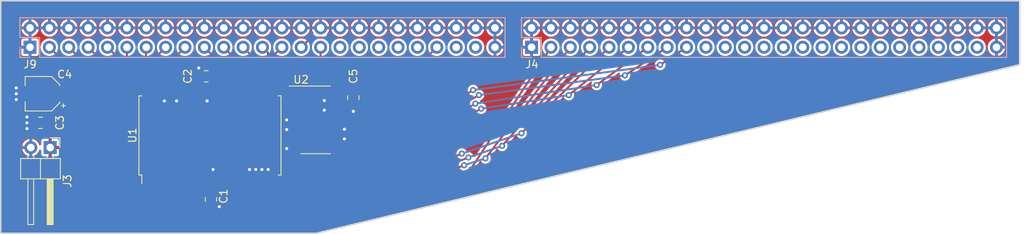
<source format=kicad_pcb>
(kicad_pcb (version 20221018) (generator pcbnew)

  (general
    (thickness 1.6)
  )

  (paper "A4")
  (layers
    (0 "F.Cu" signal)
    (31 "B.Cu" signal)
    (32 "B.Adhes" user "B.Adhesive")
    (33 "F.Adhes" user "F.Adhesive")
    (34 "B.Paste" user)
    (35 "F.Paste" user)
    (36 "B.SilkS" user "B.Silkscreen")
    (37 "F.SilkS" user "F.Silkscreen")
    (38 "B.Mask" user)
    (39 "F.Mask" user)
    (40 "Dwgs.User" user "User.Drawings")
    (41 "Cmts.User" user "User.Comments")
    (42 "Eco1.User" user "User.Eco1")
    (43 "Eco2.User" user "User.Eco2")
    (44 "Edge.Cuts" user)
    (45 "Margin" user)
    (46 "B.CrtYd" user "B.Courtyard")
    (47 "F.CrtYd" user "F.Courtyard")
    (48 "B.Fab" user)
    (49 "F.Fab" user)
    (50 "User.1" user)
    (51 "User.2" user)
    (52 "User.3" user)
    (53 "User.4" user)
    (54 "User.5" user)
    (55 "User.6" user)
    (56 "User.7" user)
    (57 "User.8" user)
    (58 "User.9" user)
  )

  (setup
    (pad_to_mask_clearance 0)
    (pcbplotparams
      (layerselection 0x00010fc_ffffffff)
      (plot_on_all_layers_selection 0x0000000_00000000)
      (disableapertmacros false)
      (usegerberextensions false)
      (usegerberattributes true)
      (usegerberadvancedattributes true)
      (creategerberjobfile true)
      (dashed_line_dash_ratio 12.000000)
      (dashed_line_gap_ratio 3.000000)
      (svgprecision 4)
      (plotframeref false)
      (viasonmask false)
      (mode 1)
      (useauxorigin false)
      (hpglpennumber 1)
      (hpglpenspeed 20)
      (hpglpendiameter 15.000000)
      (dxfpolygonmode true)
      (dxfimperialunits true)
      (dxfusepcbnewfont true)
      (psnegative false)
      (psa4output false)
      (plotreference true)
      (plotvalue true)
      (plotinvisibletext false)
      (sketchpadsonfab false)
      (subtractmaskfromsilk false)
      (outputformat 1)
      (mirror false)
      (drillshape 1)
      (scaleselection 1)
      (outputdirectory "")
    )
  )

  (net 0 "")
  (net 1 "+5V")
  (net 2 "GND")
  (net 3 "/BD0")
  (net 4 "/BD1")
  (net 5 "/BD2")
  (net 6 "/BD3")
  (net 7 "/BD4")
  (net 8 "/BD5")
  (net 9 "/BD6")
  (net 10 "/BD7")
  (net 11 "/~{SEL2}")
  (net 12 "/~{SEL3}")
  (net 13 "/~{SEL4}")
  (net 14 "/~{SEL5}")
  (net 15 "/~{SEL6}")
  (net 16 "/~{SEL7}")
  (net 17 "/~{SEL8}")
  (net 18 "/~{SEL9}")
  (net 19 "/~{SELA}")
  (net 20 "/~{SELB}")
  (net 21 "/~{RESET}")
  (net 22 "/READY")
  (net 23 "/~{NMI}")
  (net 24 "/BA0")
  (net 25 "/BA1")
  (net 26 "unconnected-(U1-DQ8-Pad29)")
  (net 27 "unconnected-(U1-DQ9-Pad30)")
  (net 28 "unconnected-(U1-DQ10-Pad31)")
  (net 29 "unconnected-(U1-DQ11-Pad32)")
  (net 30 "unconnected-(U1-DQ12-Pad35)")
  (net 31 "unconnected-(U1-DQ13-Pad36)")
  (net 32 "unconnected-(U1-DQ14-Pad37)")
  (net 33 "unconnected-(U1-DQ15-Pad38)")
  (net 34 "/BA2")
  (net 35 "/BA3")
  (net 36 "/BA4")
  (net 37 "/BA5")
  (net 38 "/BA6")
  (net 39 "/BA7")
  (net 40 "/BA8")
  (net 41 "/BA9")
  (net 42 "/BA10")
  (net 43 "/BA11")
  (net 44 "/BA12")
  (net 45 "/BA13")
  (net 46 "/BA14")
  (net 47 "/BA15")
  (net 48 "/SYNC")
  (net 49 "/~{IRQ}")
  (net 50 "/CPHI2")
  (net 51 "/BR{slash}W")
  (net 52 "/~{BR{slash}W}")
  (net 53 "unconnected-(U2-Pad6)")
  (net 54 "unconnected-(U2-Pad8)")
  (net 55 "unconnected-(U2-Pad11)")
  (net 56 "unconnected-(J4-Pin_39-Pad39)")
  (net 57 "unconnected-(J9-Pin_39-Pad39)")
  (net 58 "/~{CE}")
  (net 59 "unconnected-(U1-NC-Pad28)")
  (net 60 "unconnected-(J4-Pin_41-Pad41)")
  (net 61 "unconnected-(J9-Pin_47-Pad47)")

  (footprint "Package_SO:SOIC-14_3.9x8.7mm_P1.27mm" (layer "F.Cu") (at 120.523 100.584))

  (footprint "Capacitor_SMD:C_0805_2012Metric" (layer "F.Cu") (at 106.172 94.869))

  (footprint "Package_SO:TSOP-II-44_10.16x18.41mm_P0.8mm" (layer "F.Cu") (at 106.68 102.616 90))

  (footprint "Capacitor_SMD:C_0805_2012Metric" (layer "F.Cu") (at 84.455 100.965))

  (footprint "Connector_PinHeader_2.54mm:PinHeader_1x02_P2.54mm_Horizontal" (layer "F.Cu") (at 85.725 104.21 -90))

  (footprint "Capacitor_SMD:C_0805_2012Metric" (layer "F.Cu") (at 125.476 97.663 -90))

  (footprint "Capacitor_SMD:CP_Elec_4x3.9" (layer "F.Cu") (at 84.709 97.155 180))

  (footprint "Capacitor_SMD:C_0805_2012Metric" (layer "F.Cu") (at 106.807 110.998 -90))

  (footprint "Connector_PinSocket_2.54mm:PinSocket_2x25_P2.54mm_Vertical" (layer "B.Cu") (at 83.084 91.059 -90))

  (footprint "Connector_PinSocket_2.54mm:PinSocket_2x25_P2.54mm_Vertical" (layer "B.Cu") (at 148.844 91.059 -90))

  (gr_poly
    (pts
      (xy 79.248 84.963)
      (xy 79.248 115.443)
      (xy 120.65 115.443)
      (xy 212.852 93.345)
      (xy 212.852 84.963)
    )

    (stroke (width 0.2) (type solid)) (fill none) (layer "Edge.Cuts") (tstamp 0dd3ab04-e666-4b66-af39-8505a82aff56))

  (segment (start 106.28 109.7344) (end 106.28 108.2035) (width 0.25) (layer "F.Cu") (net 1) (tstamp 3ad810ce-660f-4326-8f51-b163c630cc2d))
  (segment (start 106.5936 110.048) (end 106.28 109.7344) (width 0.25) (layer "F.Cu") (net 1) (tstamp 45ed9fe8-a7a6-4248-a61d-70e5992defc9))
  (segment (start 106.807 110.048) (end 106.5936 110.048) (width 0.25) (layer "F.Cu") (net 1) (tstamp f8f3b912-be5b-4ca8-8e13-f6f2b6cfcdda))
  (segment (start 122.998 99.314) (end 121.666 99.314) (width 0.25) (layer "F.Cu") (net 2) (tstamp 05846298-982c-4236-a806-087492af4622))
  (segment (start 112.68 107.092) (end 112.6744 107.0864) (width 0.25) (layer "F.Cu") (net 2) (tstamp 06f71dc6-d823-4e29-ad11-5b5155196b41))
  (segment (start 82.909 97.155) (end 82.042 97.155) (width 0.25) (layer "F.Cu") (net 2) (tstamp 0f2cc972-39a3-4de0-9e1f-5b2bdffc8d39))
  (segment (start 122.998 98.044) (end 121.666 98.044) (width 0.25) (layer "F.Cu") (net 2) (tstamp 1348e5ea-faaa-40ad-8d0a-08faf0cd3f39))
  (segment (start 82.677 100.203) (end 82.677 101.727) (width 0.25) (layer "F.Cu") (net 2) (tstamp 1d2ff023-e955-4318-b847-7de6639814f2))
  (segment (start 82.042 97.155) (end 81.28 96.393) (width 0.25) (layer "F.Cu") (net 2) (tstamp 20302bab-c613-46ce-a0a0-3183b09d6f39))
  (segment (start 113.48 108.2035) (end 113.48 107.0936) (width 0.25) (layer "F.Cu") (net 2) (tstamp 2f22a79f-b66c-4c24-98de-c10aebc16826))
  (segment (start 107.884 111.948) (end 107.8992 111.9632) (width 0.25) (layer "F.Cu") (net 2) (tstamp 3c2be9f8-7037-4d1d-ae90-f35738a9ac49))
  (segment (start 83.505 100.965) (end 83.439 100.965) (width 0.25) (layer "F.Cu") (net 2) (tstamp 420ea832-5f9b-46ba-847b-9b9a6757b09e))
  (segment (start 106.28 98.08) (end 106.3 98.1) (width 0.25) (layer "F.Cu") (net 2) (tstamp 491517ac-266f-4813-94f8-4266031cabd3))
  (segment (start 112.68 108.2035) (end 112.68 107.092) (width 0.25) (layer "F.Cu") (net 2) (tstamp 538a89fd-e296-47c5-ba60-555fbd8a2af5))
  (segment (start 105.222 93.792) (end 105.2068 93.7768) (width 0.25) (layer "F.Cu") (net 2) (tstamp 5b3ed432-088a-4639-b5de-e63a23b83b21))
  (segment (start 107.08 108.2035) (end 107.08 107.0928) (width 0.25) (layer "F.Cu") (net 2) (tstamp 6472f23c-dea3-4dc2-9565-b1d393f373ec))
  (segment (start 111.88 108.2035) (end 111.88 107.1048) (width 0.25) (layer "F.Cu") (net 2) (tstamp 65ef9e63-c5c0-41ff-977f-a6ad979266a1))
  (segment (start 114.28 107.1064) (end 114.3 107.0864) (width 0.25) (layer "F.Cu") (net 2) (tstamp 67d93465-048f-4e65-866a-b90b7aa60054))
  (segment (start 122.998 101.854) (end 124.2568 101.854) (width 0.25) (layer "F.Cu") (net 2) (tstamp 6a7438c0-f500-4b5a-bbb7-c0dc8b150a2a))
  (segment (start 102.28 97.0285) (end 102.28 98.08) (width 0.25) (layer "F.Cu") (net 2) (tstamp 6eff8223-6f26-44a7-91b2-8062b3a26036))
  (segment (start 107.08 107.0928) (end 107.0864 107.0864) (width 0.25) (layer "F.Cu") (net 2) (tstamp 748eb4d0-f088-4436-809e-845903f17030))
  (segment (start 102.28 98.08) (end 102.3 98.1) (width 0.25) (layer "F.Cu") (net 2) (tstamp 79fc7bc3-5fca-47df-85dd-42fb764575bc))
  (segment (start 82.909 97.155) (end 81.28 97.155) (width 0.25) (layer "F.Cu") (net 2) (tstamp 7ab2197f-9579-46c9-a97c-0d5abff02e44))
  (segment (start 100.68 97.0285) (end 100.68 98.08) (width 0.25) (layer "F.Cu") (net 2) (tstamp 7b5fed61-6cdb-46b8-8175-897ed06f3479))
  (segment (start 124.2568 103.124) (end 124.3076 103.0732) (width 0.25) (layer "F.Cu") (net 2) (tstamp 877fbbbd-5d9a-44b6-b5b1-aceec639a615))
  (segment (start 105.222 94.869) (end 105.222 93.792) (width 0.25) (layer "F.Cu") (net 2) (tstamp 89fbee2a-e974-4a30-bb85-9e4216371d56))
  (segment (start 82.042 97.155) (end 81.28 97.917) (width 0.25) (layer "F.Cu") (net 2) (tstamp 99d16832-ca00-4623-b984-2cadc358333b))
  (segment (start 83.505 100.965) (end 82.677 100.965) (width 0.25) (layer "F.Cu") (net 2) (tstamp 9b33ae04-40fb-4045-a878-4781daf76147))
  (segment (start 83.439 100.965) (end 82.677 101.727) (width 0.25) (layer "F.Cu") (net 2) (tstamp 9b431634-0cbf-4bda-a15a-7d3aaf4f121a))
  (segment (start 124.2568 101.854) (end 124.3076 101.8032) (width 0.25) (layer "F.Cu") (net 2) (tstamp a4ce33ac-07cb-4d31-a679-1f34220f1399))
  (segment (start 125.476 98.613) (end 125.476 99.4664) (width 0.25) (layer "F.Cu") (net 2) (tstamp a7d67829-c091-44b3-a3a0-6e2191d05be5))
  (segment (start 122.998 103.124) (end 124.2568 103.124) (width 0.25) (layer "F.Cu") (net 2) (tstamp b126e70a-d3a5-494b-9354-fb3bcba56076))
  (segment (start 118.048 101.854) (end 116.7384 101.854) (width 0.25) (layer "F.Cu") (net 2) (tstamp b7fd6a0f-104f-41d6-add0-f9ec8a5089a3))
  (segment (start 106.807 111.948) (end 107.884 111.948) (width 0.25) (layer "F.Cu") (net 2) (tstamp b81c69ad-4c72-4360-a951-e420e45153e0))
  (segment (start 114.28 108.2035) (end 114.28 107.1064) (width 0.25) (layer "F.Cu") (net 2) (tstamp cb826b0f-d93d-4091-8826-673500e303f7))
  (segment (start 111.88 107.1048) (end 111.8616 107.0864) (width 0.25) (layer "F.Cu") (net 2) (tstamp d1538159-425a-4577-bb25-10ba34028a48))
  (segment (start 100.68 98.08) (end 100.7 98.1) (width 0.25) (layer "F.Cu") (net 2) (tstamp d761c2a2-96ee-41a7-8f61-8247839193a0))
  (segment (start 113.48 107.0936) (end 113.4872 107.0864) (width 0.25) (layer "F.Cu") (net 2) (tstamp d784a7da-b74c-4cf9-baab-1d6b93623ed4))
  (segment (start 118.048 100.584) (end 116.7384 100.584) (width 0.25) (layer "F.Cu") (net 2) (tstamp dd45fb30-f12e-4d26-9727-e4081768c2b6))
  (segment (start 83.439 100.965) (end 82.677 100.203) (width 0.25) (layer "F.Cu") (net 2) (tstamp e1facaa8-61ba-4d38-b5ce-e58140785032))
  (segment (start 116.7892 104.394) (end 116.7384 104.3432) (width 0.25) (layer "F.Cu") (net 2) (tstamp f159b6ca-0a7b-4bbf-a082-bf3815a6b120))
  (segment (start 106.28 97.0285) (end 106.28 98.08) (width 0.25) (layer "F.Cu") (net 2) (tstamp f9c3b62e-bb0b-4a09-ab5e-ecccd11b8284))
  (segment (start 118.048 104.394) (end 116.7892 104.394) (width 0.25) (layer "F.Cu") (net 2) (tstamp fbcee812-bf63-4fd1-9a2d-5c7bba09f1ea))
  (via (at 102.3 98.1) (size 0.8) (drill 0.4) (layers "F.Cu" "B.Cu") (net 2) (tstamp 0026d086-3fd6-4516-9dba-8be4f9ad6164))
  (via (at 124.3076 103.0732) (size 0.8) (drill 0.4) (layers "F.Cu" "B.Cu") (net 2) (tstamp 05e9a946-53bb-4942-ab06-3a7b215b8f9d))
  (via (at 106.3 98.1) (size 0.8) (drill 0.4) (layers "F.Cu" "B.Cu") (net 2) (tstamp 092afaa8-c5c9-43af-a0f1-acbf8f46f1e1))
  (via (at 112.6744 107.0864) (size 0.8) (drill 0.4) (layers "F.Cu" "B.Cu") (net 2) (tstamp 096ef94b-ad49-4443-b542-deb7c3babb46))
  (via (at 81.28 96.393) (size 0.8) (drill 0.4) (layers "F.Cu" "B.Cu") (net 2) (tstamp 1a382404-53c7-4305-8f8b-81ecb729e541))
  (via (at 121.666 98.044) (size 0.8) (drill 0.4) (layers "F.Cu" "B.Cu") (net 2) (tstamp 1f5e603e-f0e6-4c90-bcca-0559d8441d83))
  (via (at 107.8992 111.9632) (size 0.8) (drill 0.4) (layers "F.Cu" "B.Cu") (net 2) (tstamp 1fdd8b85-8117-41e7-8c72-56b6ac5042f9))
  (via (at 113.4872 107.0864) (size 0.8) (drill 0.4) (layers "F.Cu" "B.Cu") (net 2) (tstamp 2d14b735-d8e1-4324-b164-65f288eff111))
  (via (at 100.7 98.1) (size 0.8) (drill 0.4) (layers "F.Cu" "B.Cu") (net 2) (tstamp 328ce8f6-1848-49af-b47f-fc94b414c828))
  (via (at 116.7384 101.854) (size 0.8) (drill 0.4) (layers "F.Cu" "B.Cu") (net 2) (tstamp 3ba256dd-63e7-4c29-819c-8b38e2781682))
  (via (at 116.7384 100.584) (size 0.8) (drill 0.4) (layers "F.Cu" "B.Cu") (net 2) (tstamp 468f8741-8314-4ba3-935a-9359fa56b26f))
  (via (at 82.677 101.727) (size 0.8) (drill 0.4) (layers "F.Cu" "B.Cu") (net 2) (tstamp 4ea26e58-3517-43c5-b587-6dd6640d420f))
  (via (at 107.0864 107.0864) (size 0.8) (drill 0.4) (layers "F.Cu" "B.Cu") (net 2) (tstamp 6ca11197-feb2-4e80-a724-3d4ced50614a))
  (via (at 121.666 99.314) (size 0.8) (drill 0.4) (layers "F.Cu" "B.Cu") (net 2) (tstamp 7699d727-3a24-41b4-9dcd-cc99683cbf7a))
  (via (at 114.3 107.0864) (size 0.8) (drill 0.4) (layers "F.Cu" "B.Cu") (net 2) (tstamp 929d416e-a696-4d21-8c39-1bcb0f6d21c3))
  (via (at 111.8616 107.0864) (size 0.8) (drill 0.4) (layers "F.Cu" "B.Cu") (net 2) (tstamp 97683587-149c-413c-ad9c-e6aa25c10188))
  (via (at 81.28 97.155) (size 0.8) (drill 0.4) (layers "F.Cu" "B.Cu") (net 2) (tstamp a1706724-2de2-4a60-b895-c53266bc3c4e))
  (via (at 124.3076 101.8032) (size 0.8) (drill 0.4) (layers "F.Cu" "B.Cu") (net 2) (tstamp a1a7ba11-a6ec-436c-95ab-0f5cadc62373))
  (via (at 81.28 97.917) (size 0.8) (drill 0.4) (layers "F.Cu" "B.Cu") (net 2) (tstamp a1c5bbc3-8d2d-4a8a-9709-adb1e68f75f5))
  (via (at 82.677 100.203) (size 0.8) (drill 0.4) (layers "F.Cu" "B.Cu") (net 2) (tstamp b75c2de2-a450-436d-8d11-b852026deab9))
  (via (at 125.476 99.4664) (size 0.8) (drill 0.4) (layers "F.Cu" "B.Cu") (net 2) (tstamp d5439ddb-5e2a-42dd-a149-e433a4c751a7))
  (via (at 116.7384 104.3432) (size 0.8) (drill 0.4) (layers "F.Cu" "B.Cu") (net 2) (tstamp d7162013-2b9c-4692-a4b6-aca4fc938375))
  (via (at 82.677 100.965) (size 0.8) (drill 0.4) (layers "F.Cu" "B.Cu") (net 2) (tstamp e9b7d4d1-bd9c-468d-ac29-091e31058342))
  (via (at 105.2068 93.7768) (size 0.8) (drill 0.4) (layers "F.Cu" "B.Cu") (net 2) (tstamp efa4ce6e-6701-479c-a243-960bd52bf53b))
  (segment (start 120.144792 114.681) (end 140.8684 107.0356) (width 0.25) (layer "F.Cu") (net 3) (tstamp 1b65c009-5e99-4fc8-af86-22c019b3c06b))
  (segment (start 103.08 111.97) (end 105.791 114.681) (width 0.25) (layer "F.Cu") (net 3) (tstamp 2907b998-6bd6-452d-bd68-4687aea13a88))
  (segment (start 140.8684 107.0356) (end 151.384 91.059) (width 0.25) (layer "F.Cu") (net 3) (tstamp 5ce9ec65-0bc6-4cc3-9cc4-f4ce63399ec5))
  (segment (start 103.08 108.2035) (end 103.08 111.97) (width 0.25) (layer "F.Cu") (net 3) (tstamp 801903b9-8f2c-45c2-9acf-b850540ceb74))
  (segment (start 105.791 114.681) (end 120.144792 114.681) (width 0.25) (layer "F.Cu") (net 3) (tstamp ed7468dd-e509-4fa2-9826-7ae2b82e8b09))
  (segment (start 140.0048 106.5276) (end 120.016396 114.173) (width 0.25) (layer "F.Cu") (net 4) (tstamp 29b2c593-9e8e-4a58-89e2-f180da2ff985))
  (segment (start 105.918 114.173) (end 103.88 112.135) (width 0.25) (layer "F.Cu") (net 4) (tstamp aaababec-a10f-46ee-9848-2b2b3e94fc0e))
  (segment (start 120.016396 114.173) (end 105.918 114.173) (width 0.25) (layer "F.Cu") (net 4) (tstamp bcbd96ca-9a13-4075-bcba-5c481c859e6e))
  (segment (start 142.7988 105.624489) (end 153.924 91.059) (width 0.25) (layer "F.Cu") (net 4) (tstamp d09e3446-3589-44ba-8d78-fad7b3937a15))
  (segment (start 103.88 112.135) (end 103.88 108.2035) (width 0.25) (layer "F.Cu") (net 4) (tstamp f6bdbb10-9a90-4685-aa7f-fab354b6d452))
  (via (at 142.7988 105.624489) (size 0.8) (drill 0.4) (layers "F.Cu" "B.Cu") (net 4) (tstamp 8c3bae4e-e1c6-4aad-95b3-9683b9fe3763))
  (via (at 140.0048 106.5276) (size 0.8) (drill 0.4) (layers "F.Cu" "B.Cu") (net 4) (tstamp aec53cdb-1734-44b4-b897-a1ab5d469ab3))
  (segment (start 140.0048 106.5276) (end 142.7988 105.624489) (width 0.25) (layer "B.Cu") (net 4) (tstamp 26666843-12a7-410d-a52b-bbed8bf21017))
  (segment (start 104.68 112.3) (end 104.68 108.2035) (width 0.25) (layer "F.Cu") (net 5) (tstamp 49284502-0dad-44b9-9cff-ff4947ac472f))
  (segment (start 106.045 113.665) (end 104.68 112.3) (width 0.25) (layer "F.Cu") (net 5) (tstamp 6148316c-51ed-4419-b2c0-aa59bf171c8c))
  (segment (start 156.464 91.059) (end 144.9832 103.989757) (width 0.25) (layer "F.Cu") (net 5) (tstamp 6d6c739d-9e91-4a5f-899a-f62b1d83155f))
  (segment (start 119.888 113.665) (end 106.045 113.665) (width 0.25) (layer "F.Cu") (net 5) (tstamp ad90768f-32db-4b50-afca-5809146c8b1a))
  (segment (start 140.5636 105.5116) (end 119.888 113.665) (width 0.25) (layer "F.Cu") (net 5) (tstamp d0b962c0-7b51-45ae-849c-176cf66348a7))
  (via (at 140.5636 105.5116) (size 0.8) (drill 0.4) (layers "F.Cu" "B.Cu") (net 5) (tstamp 2828f897-face-4890-a98d-0d5c1c31a3cd))
  (via (at 144.9832 103.989757) (size 0.8) (drill 0.4) (layers "F.Cu" "B.Cu") (net 5) (tstamp e3ed674e-1e5c-415d-83f6-d26f6044b751))
  (segment (start 140.5636 105.5116) (end 144.9832 103.989757) (width 0.25) (layer "B.Cu") (net 5) (tstamp 2d083669-6d0a-4599-97ba-8753f83718b4))
  (segment (start 147.5232 102.335222) (end 159.004 91.059) (width 0.25) (layer "F.Cu") (net 6) (tstamp 2aee968f-d460-483c-b70b-e688be78790d))
  (segment (start 106.172 113.157) (end 105.48 112.465) (width 0.25) (layer "F.Cu") (net 6) (tstamp 3bbf6cdb-de1b-4fd6-8cd5-c97614602f23))
  (segment (start 105.48 112.465) (end 105.48 108.2035) (width 0.25) (layer "F.Cu") (net 6) (tstamp d5677ec7-8768-4a35-8b16-b019f3b41de9))
  (segment (start 119.761 113.157) (end 106.172 113.157) (width 0.25) (layer "F.Cu") (net 6) (tstamp f850f5f1-081d-4c93-a1a0-f24eb533bcea))
  (segment (start 139.7 105.0036) (end 119.761 113.157) (width 0.25) (layer "F.Cu") (net 6) (tstamp fba4dc28-849c-439a-a64e-18f77c98daaf))
  (via (at 147.5232 102.335222) (size 0.8) (drill 0.4) (layers "F.Cu" "B.Cu") (net 6) (tstamp 6c672dfc-fb60-47ce-8a4b-7131e2e3d1bf))
  (via (at 139.7 105.0036) (size 0.8) (drill 0.4) (layers "F.Cu" "B.Cu") (net 6) (tstamp 78451dfb-e23b-44d8-bfd9-30c24b122b9b))
  (segment (start 139.7 105.0036) (end 147.5232 102.335222) (width 0.25) (layer "B.Cu") (net 6) (tstamp 8630f703-ff6c-4657-b1f5-a23cbe2c26a0))
  (segment (start 110.49 111.506) (end 107.88 108.896) (width 0.25) (layer "F.Cu") (net 7) (tstamp 0a4fe72b-0694-46df-b001-9c1f4e4426f4))
  (segment (start 142.24 99.1108) (end 119.888 111.506) (width 0.25) (layer "F.Cu") (net 7) (tstamp 4e0bff40-2907-4749-9aac-cf01b0d5ae33))
  (segment (start 107.88 108.896) (end 107.88 108.2035) (width 0.25) (layer "F.Cu") (net 7) (tstamp ab81a778-586a-4199-8ff0-ff013d352730))
  (segment (start 119.888 111.506) (end 110.49 111.506) (width 0.25) (layer "F.Cu") (net 7) (tstamp ad9be38f-837c-4d2a-afd9-c0439ee49748))
  (segment (start 161.544 91.059) (end 153.7208 97.3328) (width 0.25) (layer "F.Cu") (net 7) (tstamp fbf10b4c-a4a5-4a44-827e-327ff26ba015))
  (via (at 142.24 99.1108) (size 0.8) (drill 0.4) (layers "F.Cu" "B.Cu") (net 7) (tstamp 27a5d8db-b64a-4eed-8fbf-2503053bcc99))
  (via (at 153.7208 97.3328) (size 0.8) (drill 0.4) (layers "F.Cu" "B.Cu") (net 7) (tstamp dfdf82c3-39cc-4b3b-b475-93e4e61ffc58))
  (segment (start 142.24 99.1108) (end 153.7208 97.3328) (width 0.25) (layer "B.Cu") (net 7) (tstamp a418631f-96ce-4b14-8382-558639b06a0c))
  (segment (start 110.744 110.998) (end 108.68 108.934) (width 0.25) (layer "F.Cu") (net 8) (tstamp 026351a6-7679-4738-9f2b-1b8a26f12e61))
  (segment (start 141.478 98.4504) (end 119.7356 110.998) (width 0.25) (layer "F.Cu") (net 8) (tstamp 18da85df-60c6-462c-8e7b-a98c84a4dc5f))
  (segment (start 108.68 108.934) (end 108.68 108.2035) (width 0.25) (layer "F.Cu") (net 8) (tstamp 49deb026-fa07-4b54-995a-c3a65d3d34a6))
  (segment (start 157.3784 96.012) (end 164.084 91.059) (width 0.25) (layer "F.Cu") (net 8) (tstamp bea4c5ea-a835-4f45-a48f-39eb22daf64a))
  (segment (start 119.7356 110.998) (end 110.744 110.998) (width 0.25) (layer "F.Cu") (net 8) (tstamp c1028cc7-db04-4ed4-9921-fe1b608a103e))
  (via (at 141.478 98.4504) (size 0.8) (drill 0.4) (layers "F.Cu" "B.Cu") (net 8) (tstamp 30134bda-6200-49de-b81e-3b9060cc9bcf))
  (via (at 157.3784 96.012) (size 0.8) (drill 0.4) (layers "F.Cu" "B.Cu") (net 8) (tstamp 40458648-2c82-4c61-a822-caf555c8679b))
  (segment (start 141.478 98.4504) (end 157.3784 96.012) (width 0.25) (layer "B.Cu") (net 8) (tstamp c8d72b44-1e5e-4ac4-825e-39b777be067a))
  (segment (start 109.48 109.099) (end 109.48 108.2035) (width 0.25) (layer "F.Cu") (net 9) (tstamp 2c10592e-81f3-4984-b4c6-827826bdd3a5))
  (segment (start 119.634 110.49) (end 110.871 110.49) (width 0.25) (layer "F.Cu") (net 9) (tstamp 311c0d55-11b3-4aea-ab8a-856e40f7379f))
  (segment (start 161.0868 94.742) (end 166.624 91.059) (width 0.25) (layer "F.Cu") (net 9) (tstamp 729fc5f1-ba98-428b-9624-54d71641bfc5))
  (segment (start 110.871 110.49) (end 109.48 109.099) (width 0.25) (layer "F.Cu") (net 9) (tstamp d597b360-341b-47a7-a34e-b733c35a9872))
  (segment (start 141.9352 97.3328) (end 119.634 110.49) (width 0.25) (layer "F.Cu") (net 9) (tstamp df7627fc-742a-4a08-b9d1-cab5ac5988c8))
  (via (at 161.0868 94.742) (size 0.8) (drill 0.4) (layers "F.Cu" "B.Cu") (net 9) (tstamp 0a5f99a6-543d-4571-8e96-0dbda3efffa6))
  (via (at 141.9352 97.3328) (size 0.8) (drill 0.4) (layers "F.Cu" "B.Cu") (net 9) (tstamp 97dc28fb-fc5c-421e-9f04-b29bf56f8008))
  (segment (start 141.9352 97.3328) (end 161.0868 94.742) (width 0.25) (layer "B.Cu") (net 9) (tstamp 88c3288c-58c3-4faf-9b21-c0fc963b6de2))
  (segment (start 165.7096 93.3704) (end 169.164 91.059) (width 0.25) (layer "F.Cu") (net 10) (tstamp 0be4ce88-73bb-4e58-9e70-39dd71d5063f))
  (segment (start 110.28 109.137) (end 110.28 108.2035) (width 0.25) (layer "F.Cu") (net 10) (tstamp 19409d50-30b3-4f97-89c9-88dac2a93aec))
  (segment (start 119.5324 109.982) (end 111.125 109.982) (width 0.25) (layer "F.Cu") (net 10) (tstamp 51601660-7618-441d-825c-ba803b10d32c))
  (segment (start 141.1732 96.6724) (end 119.5324 109.982) (width 0.25) (layer "F.Cu") (net 10) (tstamp a5ce28f7-a544-49f5-8a67-ddf42ffcc9ee))
  (segment (start 111.125 109.982) (end 110.28 109.137) (width 0.25) (layer "F.Cu") (net 10) (tstamp ea986f57-e7fd-4301-acc0-d4da44fff4e7))
  (via (at 165.7096 93.3704) (size 0.8) (drill 0.4) (layers "F.Cu" "B.Cu") (net 10) (tstamp 1f23f963-86ee-4881-8cf9-685b38fccc02))
  (via (at 141.1732 96.6724) (size 0.8) (drill 0.4) (layers "F.Cu" "B.Cu") (net 10) (tstamp 70863aee-eacb-4bb6-a471-537e0ba7a997))
  (segment (start 141.1732 96.6724) (end 165.7096 93.3704) (width 0.25) (layer "B.Cu") (net 10) (tstamp 9c7555c7-6a5b-4dff-b996-905a7ccbc1e4))
  (segment (start 93.853 99.288) (end 93.853 107.95) (width 0.25) (layer "F.Cu") (net 24) (tstamp 2287e8e3-37cc-4df3-8e48-5e3d6f3f3120))
  (segment (start 99.822 111.125) (end 97.028 111.125) (width 0.25) (layer "F.Cu") (net 24) (tstamp 32c06219-bfb3-4900-b672-a82fd6ee7ee9))
  (segment (start 101.48 108.2035) (end 101.48 109.467) (width 0.25) (layer "F.Cu") (net 24) (tstamp 8199107a-9560-42fc-9606-7d832b7e7c31))
  (segment (start 93.853 107.95) (end 97.028 111.125) (width 0.25) (layer "F.Cu") (net 24) (tstamp cab2b5e2-dffc-4e95-a67b-038f8e3d2931))
  (segment (start 85.624 91.059) (end 93.853 99.288) (width 0.25) (layer "F.Cu") (net 24) (tstamp e5868c3e-55cb-49f0-8a06-4e0771394fe9))
  (segment (start 101.48 109.467) (end 99.822 111.125) (width 0.25) (layer "F.Cu") (net 24) (tstamp ed6d478c-e3d6-41cc-abb2-585d59ae65ab))
  (segment (start 100.68 109.505) (end 99.568 110.617) (width 0.25) (layer "F.Cu") (net 25) (tstamp 0ea4b63c-f11c-4304-a556-d756a52f0659))
  (segment (start 88.164 91.059) (end 94.35 97.245) (width 0.25) (layer "F.Cu") (net 25) (tstamp 33e6ff4d-4ddf-4972-a008-23929ca795f4))
  (segment (start 100.68 108.2035) (end 100.68 109.505) (width 0.25) (layer "F.Cu") (net 25) (tstamp 9df58026-3188-47a3-b930-932bd0353b6e))
  (segment (start 94.35 97.245) (end 94.35 107.812) (width 0.25) (layer "F.Cu") (net 25) (tstamp e66ba36c-de39-4b4c-8a51-951bbbc0be5d))
  (segment (start 94.35 107.812) (end 97.155 110.617) (width 0.25) (layer "F.Cu") (net 25) (tstamp ee0e1704-7c0e-48ec-b0b8-c424d4f20bc4))
  (segment (start 99.568 110.617) (end 97.155 110.617) (width 0.25) (layer "F.Cu") (net 25) (tstamp f8a79c62-9058-4c73-9ebe-e79643bdbc07))
  (segment (start 99.88 109.416) (end 99.187 110.109) (width 0.25) (layer "F.Cu") (net 34) (tstamp 074ec2a1-7c24-4c22-8561-0d7f9500e113))
  (segment (start 99.88 108.2035) (end 99.88 109.416) (width 0.25) (layer "F.Cu") (net 34) (tstamp 11e8594f-e493-4b36-8793-816ab1f3fd46))
  (segment (start 90.704 91.059) (end 94.8 95.155) (width 0.25) (layer "F.Cu") (net 34) (tstamp 1aa04f59-d174-4dbd-9845-0327a66854fa))
  (segment (start 94.8 95.155) (end 94.8 107.627) (width 0.25) (layer "F.Cu") (net 34) (tstamp a02379fc-dc87-482c-ae74-5819039b5c02))
  (segment (start 94.8 107.627) (end 97.282 110.109) (width 0.25) (layer "F.Cu") (net 34) (tstamp cea5a19d-71e8-4d08-80ed-d0499ef94104))
  (segment (start 99.187 110.109) (end 97.282 110.109) (width 0.25) (layer "F.Cu") (net 34) (tstamp dec79b7d-ac9f-4d62-acd3-56d110b81915))
  (segment (start 95.25 107.442) (end 97.409 109.601) (width 0.25) (layer "F.Cu") (net 35) (tstamp 26ae6d14-030f-418f-9e66-ee94a20cdd66))
  (segment (start 98.552 109.601) (end 99.08 109.073) (width 0.25) (layer "F.Cu") (net 35) (tstamp 26b6cff0-6e2d-4a13-ae4e-6579c931bde7))
  (segment (start 99.08 109.073) (end 99.08 108.2035) (width 0.25) (layer "F.Cu") (net 35) (tstamp 305a80d0-e398-4f23-8737-a40599be9c01))
  (segment (start 95.25 93.065) (end 95.25 107.442) (width 0.25) (layer "F.Cu") (net 35) (tstamp b875d7f1-653f-4921-90ba-56160a74e5cf))
  (segment (start 97.409 109.601) (end 98.552 109.601) (width 0.25) (layer "F.Cu") (net 35) (tstamp c0964cc3-54e1-47d2-b0ed-70fa55ae0bb2))
  (segment (start 93.244 91.059) (end 95.25 93.065) (width 0.25) (layer "F.Cu") (net 35) (tstamp eff7c48c-5d23-4d6c-afd9-b21c7d896764))
  (segment (start 95.784 106.8076) (end 97.1799 108.2035) (width 0.25) (layer "F.Cu") (net 36) (tstamp 0216bb6a-0385-479a-9a7a-50282f1cb172))
  (segment (start 97.1799 108.2035) (end 98.28 108.2035) (width 0.25) (layer "F.Cu") (net 36) (tstamp 3df4ffa7-b5a5-4772-bbe7-51d788f0acfe))
  (segment (start 95.784 91.059) (end 95.784 106.8076) (width 0.25) (layer "F.Cu") (net 36) (tstamp 5282b8c2-a763-4e81-a3e0-6fca4685a9e7))
  (segment (start 98.28 91.103) (end 98.324 91.059) (width 0.25) (layer "F.Cu") (net 37) (tstamp 53207e12-9343-49f4-930b-bb2b7df12dbb))
  (segment (start 98.28 97.0285) (end 98.28 91.103) (width 0.25) (layer "F.Cu") (net 37) (tstamp 7f75cb6d-44f0-442e-a3ae-2376b716be5a))
  (segment (start 99.08 92.843) (end 100.864 91.059) (width 0.25) (layer "F.Cu") (net 38) (tstamp 649a7ece-5375-4ecc-9f78-ea0716104b11))
  (segment (start 99.08 97.0285) (end 99.08 92.843) (width 0.25) (layer "F.Cu") (net 38) (tstamp c12c0dcf-e965-4551-a44b-0ed562e9530c))
  (segment (start 99.88 97.0285) (end 99.88 94.583) (width 0.25) (layer "F.Cu") (net 39) (tstamp 26b9adec-8108-4e7c-b07e-791182c70f29))
  (segment (start 99.88 94.583) (end 103.404 91.059) (width 0.25) (layer "F.Cu") (net 39) (tstamp 88cd78fa-9fa7-4ccc-967f-9ed1040f407b))
  (segment (start 107.3915 92.5065) (end 105.944 91.059) (width 0.25) (layer "F.Cu") (net 40) (tstamp 73276e4f-527c-4faf-8611-65907a9efd4a))
  (segment (start 111.88 97.0285) (end 111.88 96.005) (width 0.25) (layer "F.Cu") (net 40) (tstamp 8b5c0527-1242-4ada-9981-6247682b07d2))
  (segment (start 111.88 96.005) (end 108.3815 92.5065) (width 0.25) (layer "F.Cu") (net 40) (tstamp 8efed8c9-724a-4f57-8f4a-2741ab69b535))
  (segment (start 108.3815 92.5065) (end 107.3915 92.5065) (width 0.25) (layer "F.Cu") (net 40) (tstamp a050e418-0c91-47c6-8b9d-e56fa75c94cc))
  (segment (start 112.68 97.0285) (end 112.68 95.255) (width 0.25) (layer "F.Cu") (net 41) (tstamp d67f705f-f534-482d-8580-135a0d98e5d0))
  (segment (start 112.68 95.255) (end 108.484 91.059) (width 0.25) (layer "F.Cu") (net 41) (tstamp fca5fcec-f030-47e9-a5ec-46f8ff01d8d9))
  (segment (start 113.48 93.515) (end 111.024 91.059) (width 0.25) (layer "F.Cu") (net 42) (tstamp 07ba3c6b-bec3-4a5b-a612-267df0f6d1f9))
  (segment (start 113.48 97.0285) (end 113.48 93.515) (width 0.25) (layer "F.Cu") (net 42) (tstamp d2062e01-7fa1-4911-8717-c1e7d8aa3758))
  (segment (start 114.28 97.0285) (end 114.28 91.775) (width 0.25) (layer "F.Cu") (net 43) (tstamp 472eb010-a0e0-48ae-8aac-83805967bd7e))
  (segment (start 114.28 91.775) (end 113.564 91.059) (width 0.25) (layer "F.Cu") (net 43) (tstamp b8ef2ac9-29fe-44e8-8d0d-ce41caaf5fe6))
  (segment (start 115.08 92.083) (end 116.104 91.059) (width 0.25) (layer "F.Cu") (net 44) (tstamp 28347a68-1185-4082-a09c-43244a2c6f56))
  (segment (start 115.08 97.0285) (end 115.08 92.083) (width 0.25) (layer "F.Cu") (net 44) (tstamp 9a172182-6cd8-4460-b12f-c554c984db6f))
  (segment (start 122.428 90.424) (end 122.428 92.583) (width 0.25) (layer "F.Cu") (net 45) (tstamp 17ad6d95-4351-4752-9dc9-4f6209554a19))
  (segment (start 119.634 104.902) (end 116.3325 108.2035) (width 0.25) (layer "F.Cu") (net 45) (tstamp 31ccda05-e387-41b3-837b-cc605b792347))
  (segment (start 119.634 95.377) (end 119.634 104.902) (width 0.25) (layer "F.Cu") (net 45) (tstamp 364b4ea7-70eb-402d-b35b-cb93d752110b))
  (segment (start 116.3325 108.2035) (end 115.08 108.2035) (width 0.25) (layer "F.Cu") (net 45) (tstamp 3873cd1b-8fcf-40e6-aa98-7ec8ec70246b))
  (segment (start 122.428 92.583) (end 119.634 95.377) (width 0.25) (layer "F.Cu") (net 45) (tstamp 70c47091-54fc-45fc-869c-bdd6ba5c78be))
  (segment (start 121.793 89.789) (end 122.428 90.424) (width 0.25) (layer "F.Cu") (net 45) (tstamp 8986315a-f1b5-4f83-beef-f975ba15b195))
  (segment (start 118.644 91.059) (end 119.914 89.789) (width 0.25) (layer "F.Cu") (net 45) (tstamp 9fa2f209-b0b8-4434-bbfd-d48b304a490e))
  (segment (start 119.914 89.789) (end 121.793 89.789) (width 0.25) (layer "F.Cu") (net 45) (tstamp e411e63d-2e43-41dd-ab11-9358ea85d748))
  (segment (start 118.048 98.044) (end 118.048 96.774) (width 0.25) (layer "F.Cu") (net 46) (tstamp 3d636a81-2a70-4f8e-aae5-df47921725f8))
  (segment (start 118.048 95.947) (end 118.048 96.774) (width 0.25) (layer "F.Cu") (net 46) (tstamp a39b6144-b387-420a-86a0-30c8ccd79682))
  (segment (start 121.184 91.059) (end 121.184 92.811) (width 0.25) (layer "F.Cu") (net 46) (tstamp c4b502b6-aa12-4e07-a850-c4513aa72e30))
  (segment (start 121.184 92.811) (end 118.048 95.947) (width 0.25) (layer "F.Cu") (net 46) (tstamp ea2f0bf1-97a7-44da-93d7-49c116ffb00b))
  (segment (start 111.379 109.474) (end 115.824 109.474) (width 0.25) (layer "F.Cu") (net 51) (tstamp 0eb9313b-3d19-42ba-b474-d2413013a814))
  (segment (start 134.646 92.837) (end 136.424 91.059) (width 0.25) (layer "F.Cu") (net 51) (tstamp 5c8a10e5-9a26-4d26-a70a-1fc2e2a2a507))
  (segment (start 111.08 109.175) (end 111.379 109.474) (width 0.25) (layer "F.Cu") (net 51) (tstamp 5d3d1a5f-3fbd-497a-b9bc-defdd056d46f))
  (segment (start 120.142 105.156) (end 120.142 96.012) (width 0.25) (layer "F.Cu") (net 51) (tstamp 60e1bed1-4ad4-4081-a060-559bbfdec8e5))
  (segment (start 123.317 92.837) (end 134.646 92.837) (width 0.25) (layer "F.Cu") (net 51) (tstamp 6742584d-18f2-4000-bc1e-0e22f1d927cc))
  (segment (start 120.142 96.012) (end 123.317 92.837) (width 0.25) (layer "F.Cu") (net 51) (tstamp c35cfbe9-3d5d-4358-8800-e9860fd10a6a))
  (segment (start 115.824 109.474) (end 120.142 105.156) (width 0.25) (layer "F.Cu") (net 51) (tstamp cc76361d-4d09-4406-8e27-ed860caf80fc))
  (segment (start 111.08 108.2035) (end 111.08 109.175) (width 0.25) (layer "F.Cu") (net 51) (tstamp f36fa27c-698e-4571-8290-a1560ba6fe15))
  (segment (start 109.728 99.314) (end 102.28 106.762) (width 0.25) (layer "F.Cu") (net 58) (tstamp 0f4ca993-3668-4883-9525-971b0af9dad9))
  (segment (start 102.28 106.762) (end 102.28 108.2035) (width 0.25) (layer "F.Cu") (net 58) (tstamp 3c1837d3-3332-4a87-b75d-69315d3b6662))
  (segment (start 118.048 99.314) (end 109.728 99.314) (width 0.25) (layer "F.Cu") (net 58) (tstamp cfede9a8-31d8-4906-a829-dfb2efe0a22a))

  (zone (net 1) (net_name "+5V") (layer "F.Cu") (tstamp 28ff3e11-f060-4459-a227-48c70b8cedca) (hatch edge 0.5)
    (connect_pads (clearance 0.3))
    (min_thickness 0.2) (filled_areas_thickness no)
    (fill yes (thermal_gap 0.4) (thermal_bridge_width 0.4))
    (polygon
      (pts
        (xy 79.248 115.443)
        (xy 212.852 115.443)
        (xy 212.852 84.963)
        (xy 79.248 84.963)
      )
    )
    (filled_polygon
      (layer "F.Cu")
      (pts
        (xy 116.496643 99.758407)
        (xy 116.532607 99.807907)
        (xy 116.532607 99.869093)
        (xy 116.496643 99.918593)
        (xy 116.484462 99.926158)
        (xy 116.393709 99.97379)
        (xy 116.337546 100.003267)
        (xy 116.210218 100.116069)
        (xy 116.210216 100.116072)
        (xy 116.175133 100.166899)
        (xy 116.113582 100.25607)
        (xy 116.066687 100.379725)
        (xy 116.05326 100.415129)
        (xy 116.032755 100.583998)
        (xy 116.032755 100.584001)
        (xy 116.037713 100.624831)
        (xy 116.05326 100.752872)
        (xy 116.113582 100.91193)
        (xy 116.210217 101.051929)
        (xy 116.21022 101.051931)
        (xy 116.210223 101.051935)
        (xy 116.315156 101.144898)
        (xy 116.346175 101.197638)
        (xy 116.340269 101.258537)
        (xy 116.315156 101.293102)
        (xy 116.210223 101.386064)
        (xy 116.210216 101.386072)
        (xy 116.200645 101.399938)
        (xy 116.113582 101.52607)
        (xy 116.05326 101.685128)
        (xy 116.048176 101.726998)
        (xy 116.038924 101.803198)
        (xy 116.032755 101.854)
        (xy 116.05326 102.022872)
        (xy 116.113582 102.18193)
        (xy 116.200419 102.307734)
        (xy 116.210216 102.321927)
        (xy 116.210218 102.32193)
        (xy 116.214986 102.326154)
        (xy 116.337548 102.434734)
        (xy 116.488175 102.51379)
        (xy 116.653344 102.5545)
        (xy 116.653347 102.5545)
        (xy 116.776589 102.5545)
        (xy 116.83478 102.573407)
        (xy 116.870744 102.622907)
        (xy 116.870744 102.684093)
        (xy 116.856245 102.712288)
        (xy 116.820206 102.761118)
        (xy 116.775355 102.889296)
        (xy 116.775353 102.889305)
        (xy 116.7725 102.919725)
        (xy 116.7725 103.328274)
        (xy 116.775353 103.358694)
        (xy 116.775355 103.358703)
        (xy 116.820207 103.486883)
        (xy 116.823675 103.493445)
        (xy 116.821908 103.494378)
        (xy 116.838094 103.542966)
        (xy 116.819619 103.601295)
        (xy 116.770387 103.637625)
        (xy 116.739097 103.6427)
        (xy 116.653341 103.6427)
        (xy 116.488176 103.683409)
        (xy 116.337546 103.762467)
        (xy 116.210218 103.875269)
        (xy 116.210216 103.875272)
        (xy 116.117221 104.009998)
        (xy 116.113582 104.01527)
        (xy 116.05326 104.174328)
        (xy 116.05139 104.189726)
        (xy 116.039336 104.289005)
        (xy 116.032755 104.3432)
        (xy 116.05326 104.512072)
        (xy 116.113582 104.67113)
        (xy 116.202976 104.800638)
        (xy 116.210216 104.811127)
        (xy 116.210218 104.81113)
        (xy 116.218261 104.818255)
        (xy 116.337548 104.923934)
        (xy 116.488175 105.00299)
        (xy 116.653344 105.0437)
        (xy 116.653347 105.0437)
        (xy 116.823453 105.0437)
        (xy 116.823456 105.0437)
        (xy 116.988625 105.00299)
        (xy 117.023368 104.984754)
        (xy 117.083679 104.974453)
        (xy 117.102074 104.978969)
        (xy 117.138301 104.991646)
        (xy 117.168725 104.994499)
        (xy 117.168727 104.9945)
        (xy 118.700744 104.9945)
        (xy 118.758935 105.013407)
        (xy 118.794899 105.062907)
        (xy 118.794899 105.124093)
        (xy 118.770748 105.163504)
        (xy 116.185248 107.749004)
        (xy 116.130731 107.776781)
        (xy 116.115244 107.778)
        (xy 115.7545 107.778)
        (xy 115.696309 107.759093)
        (xy 115.660345 107.709593)
        (xy 115.6555 107.679)
        (xy 115.6555 107.525738)
        (xy 115.655499 107.525733)
        (xy 115.652725 107.496155)
        (xy 115.652725 107.496151)
        (xy 115.609116 107.371525)
        (xy 115.537834 107.274941)
        (xy 115.530714 107.265293)
        (xy 115.530713 107.265292)
        (xy 115.530711 107.265289)
        (xy 115.530706 107.265285)
        (xy 115.424476 107.186884)
        (xy 115.299852 107.143276)
        (xy 115.299851 107.143275)
        (xy 115.299849 107.143275)
        (xy 115.299847 107.143274)
        (xy 115.299844 107.143274)
        (xy 115.270266 107.1405)
        (xy 115.270256 107.1405)
        (xy 115.09992 107.1405)
        (xy 115.041729 107.121593)
        (xy 115.005765 107.072093)
        (xy 115.001642 107.053433)
        (xy 114.992635 106.979255)
        (xy 114.98514 106.917528)
        (xy 114.924818 106.75847)
        (xy 114.828183 106.618471)
        (xy 114.700852 106.505666)
        (xy 114.550225 106.42661)
        (xy 114.550224 106.426609)
        (xy 114.550223 106.426609)
        (xy 114.385058 106.3859)
        (xy 114.385056 106.3859)
        (xy 114.214944 106.3859)
        (xy 114.214941 106.3859)
        (xy 114.049775 106.426609)
        (xy 114.049773 106.42661)
        (xy 113.939607 106.48443)
        (xy 113.879295 106.494731)
        (xy 113.847593 106.48443)
        (xy 113.737426 106.42661)
        (xy 113.737424 106.426609)
        (xy 113.572258 106.3859)
        (xy 113.572256 106.3859)
        (xy 113.402144 106.3859)
        (xy 113.402141 106.3859)
        (xy 113.236975 106.426609)
        (xy 113.236973 106.42661)
        (xy 113.126807 106.48443)
        (xy 113.066495 106.494731)
        (xy 113.034793 106.48443)
        (xy 112.924626 106.42661)
        (xy 112.924624 106.426609)
        (xy 112.759458 106.3859)
        (xy 112.759456 106.3859)
        (xy 112.589344 106.3859)
        (xy 112.589341 106.3859)
        (xy 112.424175 106.426609)
        (xy 112.424173 106.42661)
        (xy 112.314007 106.48443)
        (xy 112.253695 106.494731)
        (xy 112.221993 106.48443)
        (xy 112.111826 106.42661)
        (xy 112.111824 106.426609)
        (xy 111.946658 106.3859)
        (xy 111.946656 106.3859)
        (xy 111.776544 106.3859)
        (xy 111.776541 106.3859)
        (xy 111.611376 106.426609)
        (xy 111.460746 106.505667)
        (xy 111.333418 106.618469)
        (xy 111.333416 106.618472)
        (xy 111.236782 106.75847)
        (xy 111.17646 106.917528)
        (xy 111.159958 107.053433)
        (xy 111.134174 107.108921)
        (xy 111.0807 107.138656)
        (xy 111.06168 107.1405)
        (xy 110.889733 107.1405)
        (xy 110.860155 107.143274)
        (xy 110.860147 107.143276)
        (xy 110.735528 107.186882)
        (xy 110.728966 107.190351)
        (xy 110.727798 107.188141)
        (xy 110.68072 107.203817)
        (xy 110.632065 107.188399)
        (xy 110.631034 107.190351)
        (xy 110.624471 107.186882)
        (xy 110.499852 107.143276)
        (xy 110.499851 107.143275)
        (xy 110.499849 107.143275)
        (xy 110.499847 107.143274)
        (xy 110.499844 107.143274)
        (xy 110.470266 107.1405)
        (xy 110.470256 107.1405)
        (xy 110.089744 107.1405)
        (xy 110.089733 107.1405)
        (xy 110.060155 107.143274)
        (xy 110.060147 107.143276)
        (xy 109.935528 107.186882)
        (xy 109.928966 107.190351)
        (xy 109.927798 107.188141)
        (xy 109.88072 107.203817)
        (xy 109.832065 107.188399)
        (xy 109.831034 107.190351)
        (xy 109.824471 107.186882)
        (xy 109.699852 107.143276)
        (xy 109.699851 107.143275)
        (xy 109.699849 107.143275)
        (xy 109.699847 107.143274)
        (xy 109.699844 107.143274)
        (xy 109.670266 107.1405)
        (xy 109.670256 107.1405)
        (xy 109.289744 107.1405)
        (xy 109.289733 107.1405)
        (xy 109.260155 107.143274)
        (xy 109.260147 107.143276)
        (xy 109.135528 107.186882)
        (xy 109.128966 107.190351)
        (xy 109.127798 107.188141)
        (xy 109.08072 107.203817)
        (xy 109.032065 107.188399)
        (xy 109.031034 107.190351)
        (xy 109.024471 107.186882)
        (xy 108.899852 107.143276)
        (xy 108.899851 107.143275)
        (xy 108.899849 107.143275)
        (xy 108.899847 107.143274)
        (xy 108.899844 107.143274)
        (xy 108.870266 107.1405)
        (xy 108.870256 107.1405)
        (xy 108.489744 107.1405)
        (xy 108.489733 107.1405)
        (xy 108.460155 107.143274)
        (xy 108.460147 107.143276)
        (xy 108.335528 107.186882)
        (xy 108.328966 107.190351)
        (xy 108.327798 107.188141)
        (xy 108.28072 107.203817)
        (xy 108.232065 107.188399)
        (xy 108.231034 107.190351)
        (xy 108.224471 107.186882)
        (xy 108.099852 107.143276)
        (xy 108.099851 107.143275)
        (xy 108.099849 107.143275)
        (xy 108.099847 107.143274)
        (xy 108.099844 107.143274)
        (xy 108.070266 107.1405)
        (xy 108.070256 107.1405)
        (xy 107.88632 107.1405)
        (xy 107.828129 107.121593)
        (xy 107.792165 107.072093)
        (xy 107.788042 107.053433)
        (xy 107.779035 106.979255)
        (xy 107.77154 106.917528)
        (xy 107.711218 106.75847)
        (xy 107.614583 106.618471)
        (xy 107.487252 106.505666)
        (xy 107.336625 106.42661)
        (xy 107.336624 106.426609)
        (xy 107.336623 106.426609)
        (xy 107.171458 106.3859)
        (xy 107.171456 106.3859)
        (xy 107.001344 106.3859)
        (xy 107.001341 106.3859)
        (xy 106.836176 106.426609)
        (xy 106.685546 106.505667)
        (xy 106.558218 106.618469)
        (xy 106.558216 106.618472)
        (xy 106.461582 106.75847)
        (xy 106.40126 106.917529)
        (xy 106.380755 107.086398)
        (xy 106.380755 107.086401)
        (xy 106.38349 107.108921)
        (xy 106.40126 107.255272)
        (xy 106.461582 107.41433)
        (xy 106.462474 107.415623)
        (xy 106.462786 107.416625)
        (xy 106.464365 107.419632)
        (xy 106.463814 107.419921)
        (xy 106.48 107.471862)
        (xy 106.48 108.3045)
        (xy 106.461093 108.362691)
        (xy 106.411593 108.398655)
        (xy 106.381 108.4035)
        (xy 106.179 108.4035)
        (xy 106.120809 108.384593)
        (xy 106.084845 108.335093)
        (xy 106.08 108.3045)
        (xy 106.079999 107.043452)
        (xy 106.014041 107.051373)
        (xy 105.876589 107.105577)
        (xy 105.829117 107.141576)
        (xy 105.771326 107.16167)
        (xy 105.736601 107.156135)
        (xy 105.699852 107.143276)
        (xy 105.699851 107.143275)
        (xy 105.699849 107.143275)
        (xy 105.699847 107.143274)
        (xy 105.699844 107.143274)
        (xy 105.670266 107.1405)
        (xy 105.670256 107.1405)
        (xy 105.289744 107.1405)
        (xy 105.289733 107.1405)
        (xy 105.260155 107.143274)
        (xy 105.260147 107.143276)
        (xy 105.135528 107.186882)
        (xy 105.128966 107.190351)
        (xy 105.127798 107.188141)
        (xy 105.08072 107.203817)
        (xy 105.032065 107.188399)
        (xy 105.031034 107.190351)
        (xy 105.024471 107.186882)
        (xy 104.899852 107.143276)
        (xy 104.899851 107.143275)
        (xy 104.899849 107.143275)
        (xy 104.899847 107.143274)
        (xy 104.899844 107.143274)
        (xy 104.870266 107.1405)
        (xy 104.870256 107.1405)
        (xy 104.489744 107.1405)
        (xy 104.489733 107.1405)
        (xy 104.460155 107.143274)
        (xy 104.460147 107.143276)
        (xy 104.335528 107.186882)
        (xy 104.328966 107.190351)
        (xy 104.327798 107.188141)
        (xy 104.28072 107.203817)
        (xy 104.232065 107.188399)
        (xy 104.231034 107.190351)
        (xy 104.224471 107.186882)
        (xy 104.099852 107.143276)
        (xy 104.099851 107.143275)
        (xy 104.099849 107.143275)
        (xy 104.099847 107.143274)
        (xy 104.099844 107.143274)
        (xy 104.070266 107.1405)
        (xy 104.070256 107.1405)
        (xy 103.689744 107.1405)
        (xy 103.689733 107.1405)
        (xy 103.660155 107.143274)
        (xy 103.660147 107.143276)
        (xy 103.535528 107.186882)
        (xy 103.528966 107.190351)
        (xy 103.527798 107.188141)
        (xy 103.48072 107.203817)
        (xy 103.432065 107.188399)
        (xy 103.431034 107.190351)
        (xy 103.424471 107.186882)
        (xy 103.299852 107.143276)
        (xy 103.299851 107.143275)
        (xy 103.299849 107.143275)
        (xy 103.299847 107.143274)
        (xy 103.299844 107.143274)
        (xy 103.270266 107.1405)
        (xy 103.270256 107.1405)
        (xy 102.889744 107.1405)
        (xy 102.889733 107.1405)
        (xy 102.860155 107.143274)
        (xy 102.860151 107.143275)
        (xy 102.837197 107.151307)
        (xy 102.776027 107.152679)
        (xy 102.725733 107.117835)
        (xy 102.705525 107.060083)
        (xy 102.7055 107.057862)
        (xy 102.7055 106.979255)
        (xy 102.724407 106.921064)
        (xy 102.734496 106.909251)
        (xy 109.875252 99.768496)
        (xy 109.929769 99.740719)
        (xy 109.945256 99.7395)
        (xy 116.438452 99.7395)
      )
    )
    (filled_polygon
      (layer "F.Cu")
      (pts
        (xy 212.810691 84.982407)
        (xy 212.846655 85.031907)
        (xy 212.8515 85.0625)
        (xy 212.851499 93.266529)
        (xy 212.832592 93.32472)
        (xy 212.783092 93.360684)
        (xy 212.775573 93.362803)
        (xy 120.661315 115.439774)
        (xy 120.638241 115.4425)
        (xy 79.3475 115.4425)
        (xy 79.289309 115.423593)
        (xy 79.253345 115.374093)
        (xy 79.2485 115.3435)
        (xy 79.2485 104.209999)
        (xy 82.029571 104.209999)
        (xy 82.049244 104.422311)
        (xy 82.05931 104.457687)
        (xy 82.107595 104.627389)
        (xy 82.202634 104.818255)
        (xy 82.331128 104.988407)
        (xy 82.337811 104.994499)
        (xy 82.488692 105.132047)
        (xy 82.488699 105.132053)
        (xy 82.592389 105.196255)
        (xy 82.669981 105.244298)
        (xy 82.868802 105.321321)
        (xy 83.07839 105.3605)
        (xy 83.29161 105.3605)
        (xy 83.501198 105.321321)
        (xy 83.700019 105.244298)
        (xy 83.881302 105.132052)
        (xy 84.038872 104.988407)
        (xy 84.167366 104.818255)
        (xy 84.262405 104.627389)
        (xy 84.280781 104.562804)
        (xy 84.314889 104.512013)
        (xy 84.372341 104.490968)
        (xy 84.431191 104.507711)
        (xy 84.46896 104.555848)
        (xy 84.475 104.5899)
        (xy 84.475 105.091483)
        (xy 84.475001 105.091485)
        (xy 84.489833 105.185141)
        (xy 84.489836 105.185151)
        (xy 84.547358 105.298043)
        (xy 84.636956 105.387641)
        (xy 84.749848 105.445163)
        (xy 84.749852 105.445164)
        (xy 84.843515 105.459999)
        (xy 85.524998 105.459999)
        (xy 85.525 105.459998)
        (xy 85.525 104.800638)
        (xy 85.543907 104.742447)
        (xy 85.593407 104.706483)
        (xy 85.638089 104.702646)
        (xy 85.656878 104.705347)
        (xy 85.689234 104.71)
        (xy 85.689237 104.71)
        (xy 85.760766 104.71)
        (xy 85.793121 104.705347)
        (xy 85.811909 104.702646)
        (xy 85.872199 104.713078)
        (xy 85.914842 104.756956)
        (xy 85.925 104.800638)
        (xy 85.925 105.459997)
        (xy 85.925001 105.459999)
        (xy 86.606483 105.459999)
        (xy 86.606485 105.459998)
        (xy 86.700141 105.445166)
        (xy 86.700151 105.445163)
        (xy 86.813043 105.387641)
        (xy 86.902641 105.298043)
        (xy 86.960163 105.185151)
        (xy 86.960164 105.185147)
        (xy 86.975 105.091484)
        (xy 86.975 104.410001)
        (xy 86.974999 104.41)
        (xy 86.319632 104.41)
        (xy 86.261441 104.391093)
        (xy 86.225477 104.341593)
        (xy 86.224727 104.289005)
        (xy 86.223992 104.2889)
        (xy 86.224659 104.284257)
        (xy 86.224643 104.283107)
        (xy 86.224999 104.281894)
        (xy 86.225 104.281888)
        (xy 86.225 104.138111)
        (xy 86.224999 104.138105)
        (xy 86.224643 104.136893)
        (xy 86.224673 104.135838)
        (xy 86.223992 104.1311)
        (xy 86.224811 104.130982)
        (xy 86.226389 104.075733)
        (xy 86.263751 104.027279)
        (xy 86.319632 104.01)
        (xy 86.974998 104.01)
        (xy 86.974999 104.009998)
        (xy 86.974999 103.328516)
        (xy 86.974998 103.328514)
        (xy 86.960166 103.234858)
        (xy 86.960163 103.234848)
        (xy 86.902641 103.121956)
        (xy 86.813043 103.032358)
        (xy 86.700151 102.974836)
        (xy 86.700147 102.974835)
        (xy 86.606484 102.96)
        (xy 85.925001 102.96)
        (xy 85.925 102.960001)
        (xy 85.925 103.619361)
        (xy 85.906093 103.677552)
        (xy 85.856593 103.713516)
        (xy 85.811911 103.717353)
        (xy 85.760768 103.71)
        (xy 85.760763 103.71)
        (xy 85.689237 103.71)
        (xy 85.689232 103.71)
        (xy 85.638089 103.717353)
        (xy 85.5778 103.70692)
        (xy 85.535157 103.663042)
        (xy 85.525 103.619361)
        (xy 85.525 102.960001)
        (xy 85.524999 102.96)
        (xy 84.843516 102.96)
        (xy 84.843514 102.960001)
        (xy 84.749858 102.974833)
        (xy 84.749848 102.974836)
        (xy 84.636956 103.032358)
        (xy 84.547358 103.121956)
        (xy 84.489836 103.234848)
        (xy 84.489835 103.234852)
        (xy 84.475 103.328515)
        (xy 84.475 103.830097)
        (xy 84.456093 103.888288)
        (xy 84.406593 103.924252)
        (xy 84.345407 103.924252)
        (xy 84.295907 103.888288)
        (xy 84.28078 103.857193)
        (xy 84.262405 103.792611)
        (xy 84.167366 103.601745)
        (xy 84.038872 103.431593)
        (xy 83.925802 103.328515)
        (xy 83.881307 103.287952)
        (xy 83.8813 103.287946)
        (xy 83.700024 103.175705)
        (xy 83.700019 103.175702)
        (xy 83.501195 103.098678)
        (xy 83.29161 103.0595)
        (xy 83.07839 103.0595)
        (xy 82.868804 103.098678)
        (xy 82.66998 103.175702)
        (xy 82.669975 103.175705)
        (xy 82.488699 103.287946)
        (xy 82.488692 103.287952)
        (xy 82.331135 103.431586)
        (xy 82.331131 103.431589)
        (xy 82.331128 103.431593)
        (xy 82.331124 103.431597)
        (xy 82.331125 103.431597)
        (xy 82.202635 103.601743)
        (xy 82.20263 103.601752)
        (xy 82.107596 103.792608)
        (xy 82.049244 103.997688)
        (xy 82.029571 104.209999)
        (xy 79.2485 104.209999)
        (xy 79.2485 101.727)
        (xy 81.971355 101.727)
        (xy 81.99186 101.895872)
        (xy 82.052182 102.05493)
        (xy 82.148817 102.194929)
        (xy 82.276148 102.307734)
        (xy 82.426775 102.38679)
        (xy 82.591944 102.4275)
        (xy 82.591947 102.4275)
        (xy 82.762053 102.4275)
        (xy 82.762056 102.4275)
        (xy 82.927225 102.38679)
        (xy 83.077852 102.307734)
        (xy 83.205183 102.194929)
        (xy 83.301818 102.05493)
        (xy 83.302022 102.05439)
        (xy 83.302248 102.054109)
        (xy 83.304601 102.049627)
        (xy 83.305478 102.050087)
        (xy 83.340338 102.006687)
        (xy 83.394588 101.9905)
        (xy 83.7981 101.9905)
        (xy 83.798102 101.9905)
        (xy 83.886564 101.979877)
        (xy 84.027342 101.924361)
        (xy 84.147922 101.832922)
        (xy 84.239361 101.712342)
        (xy 84.294877 101.571564)
        (xy 84.302794 101.505638)
        (xy 84.505 101.505638)
        (xy 84.507899 101.542489)
        (xy 84.553719 101.7002)
        (xy 84.553719 101.700201)
        (xy 84.637314 101.841552)
        (xy 84.753447 101.957685)
        (xy 84.894799 102.04128)
        (xy 85.05251 102.0871)
        (xy 85.089362 102.09)
        (xy 85.204999 102.09)
        (xy 85.205 102.089999)
        (xy 85.605 102.089999)
        (xy 85.605001 102.09)
        (xy 85.720638 102.09)
        (xy 85.757489 102.0871)
        (xy 85.9152 102.04128)
        (xy 85.915201 102.04128)
        (xy 86.056552 101.957685)
        (xy 86.172685 101.841552)
        (xy 86.25628 101.700201)
        (xy 86.25628 101.7002)
        (xy 86.3021 101.542489)
        (xy 86.305 101.505638)
        (xy 86.305 101.165001)
        (xy 86.304999 101.165)
        (xy 85.605001 101.165)
        (xy 85.605 101.165001)
        (xy 85.605 102.089999)
        (xy 85.205 102.089999)
        (xy 85.205 101.165001)
        (xy 85.204999 101.165)
        (xy 84.505001 101.165)
        (xy 84.505 101.165001)
        (xy 84.505 101.505638)
        (xy 84.302794 101.505638)
        (xy 84.3055 101.483102)
        (xy 84.3055 100.764999)
        (xy 84.505 100.764999)
        (xy 84.505001 100.765)
        (xy 85.204999 100.765)
        (xy 85.205 100.764999)
        (xy 85.605 100.764999)
        (xy 85.605001 100.765)
        (xy 86.304999 100.765)
        (xy 86.305 100.764999)
        (xy 86.305 100.424362)
        (xy 86.3021 100.38751)
        (xy 86.25628 100.229799)
        (xy 86.25628 100.229798)
        (xy 86.172685 100.088447)
        (xy 86.056552 99.972314)
        (xy 85.9152 99.888719)
        (xy 85.757489 99.842899)
        (xy 85.720638 99.84)
        (xy 85.605001 99.84)
        (xy 85.605 99.840001)
        (xy 85.605 100.764999)
        (xy 85.205 100.764999)
        (xy 85.205 99.840001)
        (xy 85.204999 99.84)
        (xy 85.089362 99.84)
        (xy 85.05251 99.842899)
        (xy 84.894799 99.888719)
        (xy 84.894798 99.888719)
        (xy 84.753447 99.972314)
        (xy 84.637314 100.088447)
        (xy 84.553719 100.229798)
        (xy 84.553719 100.229799)
        (xy 84.507899 100.38751)
        (xy 84.505 100.424362)
        (xy 84.505 100.764999)
        (xy 84.3055 100.764999)
        (xy 84.3055 100.446898)
        (xy 84.294877 100.358436)
        (xy 84.244149 100.229799)
        (xy 84.239362 100.21766)
        (xy 84.239361 100.217659)
        (xy 84.239361 100.217658)
        (xy 84.147922 100.097078)
        (xy 84.027342 100.005639)
        (xy 84.027341 100.005638)
        (xy 84.027339 100.005637)
        (xy 83.886565 99.950123)
        (xy 83.798106 99.9395)
        (xy 83.798102 99.9395)
        (xy 83.394588 99.9395)
        (xy 83.336397 99.920593)
        (xy 83.305358 99.879975)
        (xy 83.304601 99.880373)
        (xy 83.302272 99.875936)
        (xy 83.302023 99.87561)
        (xy 83.301819 99.875073)
        (xy 83.301818 99.87507)
        (xy 83.205183 99.735071)
        (xy 83.156037 99.691532)
        (xy 83.092533 99.635272)
        (xy 83.077852 99.622266)
        (xy 82.927225 99.54321)
        (xy 82.927224 99.543209)
        (xy 82.927223 99.543209)
        (xy 82.762058 99.5025)
        (xy 82.762056 99.5025)
        (xy 82.591944 99.5025)
        (xy 82.591941 99.5025)
        (xy 82.426776 99.543209)
        (xy 82.276146 99.622267)
        (xy 82.148818 99.735069)
        (xy 82.148816 99.735072)
        (xy 82.074388 99.842899)
        (xy 82.052182 99.87507)
        (xy 81.992134 100.033407)
        (xy 81.99186 100.034129)
        (xy 81.971355 100.202998)
        (xy 81.971355 100.203001)
        (xy 81.973135 100.217658)
        (xy 81.99186 100.371872)
        (xy 82.020314 100.446899)
        (xy 82.052181 100.530928)
        (xy 82.054966 100.536234)
        (xy 82.052857 100.53734)
        (xy 82.06749 100.586412)
        (xy 82.053075 100.630774)
        (xy 82.054966 100.631766)
        (xy 82.052181 100.637071)
        (xy 82.014736 100.735807)
        (xy 81.99186 100.796128)
        (xy 81.971355 100.965)
        (xy 81.99186 101.133872)
        (xy 82.01281 101.189113)
        (xy 82.052181 101.292928)
        (xy 82.054966 101.298234)
        (xy 82.052857 101.29934)
        (xy 82.06749 101.348412)
        (xy 82.053075 101.392774)
        (xy 82.054966 101.393766)
        (xy 82.052181 101.399071)
        (xy 82.020314 101.4831)
        (xy 81.99186 101.558128)
        (xy 81.985024 101.614418)
        (xy 81.973135 101.712343)
        (xy 81.971355 101.727)
        (xy 79.2485 101.727)
        (xy 79.2485 97.917001)
        (xy 80.574355 97.917001)
        (xy 80.580208 97.9652)
        (xy 80.59486 98.085872)
        (xy 80.655182 98.24493)
        (xy 80.751817 98.384929)
        (xy 80.879148 98.497734)
        (xy 81.029775 98.57679)
        (xy 81.194944 98.6175)
        (xy 81.194947 98.6175)
        (xy 81.365053 98.6175)
        (xy 81.365056 98.6175)
        (xy 81.530225 98.57679)
        (xy 81.680852 98.497734)
        (xy 81.808183 98.384929)
        (xy 81.868006 98.29826)
        (xy 81.916623 98.261112)
        (xy 81.949481 98.2555)
        (xy 84.0021 98.2555)
        (xy 84.002102 98.2555)
        (xy 84.090564 98.244877)
        (xy 84.231342 98.189361)
        (xy 84.351922 98.097922)
        (xy 84.443361 97.977342)
        (xy 84.498877 97.836564)
        (xy 84.506794 97.770638)
        (xy 84.809 97.770638)
        (xy 84.811899 97.807489)
        (xy 84.857719 97.9652)
        (xy 84.857719 97.965201)
        (xy 84.941314 98.106552)
        (xy 85.057447 98.222685)
        (xy 85.198799 98.30628)
        (xy 85.35651 98.3521)
        (xy 85.393362 98.355)
        (xy 86.308999 98.355)
        (xy 86.309 98.354998)
        (xy 86.309 97.355001)
        (xy 86.308999 97.355)
        (xy 86.709 97.355)
        (xy 86.709 98.354999)
        (xy 86.709001 98.355)
        (xy 87.624638 98.355)
        (xy 87.661489 98.3521)
        (xy 87.8192 98.30628)
        (xy 87.819201 98.30628)
        (xy 87.960552 98.222685)
        (xy 88.076685 98.106552)
        (xy 88.16028 97.965201)
        (xy 88.16028 97.9652)
        (xy 88.2061 97.807489)
        (xy 88.209 97.770638)
        (xy 88.209 97.355001)
        (xy 88.208999 97.355)
        (xy 86.709 97.355)
        (xy 86.308999 97.355)
        (xy 84.809001 97.355)
        (xy 84.809 97.355001)
        (xy 84.809 97.770638)
        (xy 84.506794 97.770638)
        (xy 84.5095 97.748102)
        (xy 84.5095 96.954999)
        (xy 84.809 96.954999)
        (xy 84.809001 96.955)
        (xy 86.308999 96.955)
        (xy 86.309 96.954999)
        (xy 86.709 96.954999)
        (xy 86.709001 96.955)
        (xy 88.208999 96.955)
        (xy 88.209 96.954999)
        (xy 88.209 96.539362)
        (xy 88.2061 96.50251)
        (xy 88.16028 96.344799)
        (xy 88.16028 96.344798)
        (xy 88.076685 96.203447)
        (xy 87.960552 96.087314)
        (xy 87.8192 96.003719)
        (xy 87.661489 95.957899)
        (xy 87.624638 95.955)
        (xy 86.709001 95.955)
        (xy 86.709 95.955001)
        (xy 86.709 96.954999)
        (xy 86.309 96.954999)
        (xy 86.309 95.955001)
        (xy 86.308999 95.955)
        (xy 85.393362 95.955)
        (xy 85.35651 95.957899)
        (xy 85.198799 96.003719)
        (xy 85.198798 96.003719)
        (xy 85.057447 96.087314)
        (xy 84.941314 96.203447)
        (xy 84.857719 96.344798)
        (xy 84.857719 96.344799)
        (xy 84.811899 96.50251)
        (xy 84.809 96.539362)
        (xy 84.809 96.954999)
        (xy 84.5095 96.954999)
        (xy 84.5095 96.561898)
        (xy 84.498877 96.473436)
        (xy 84.467156 96.392998)
        (xy 84.443362 96.33266)
        (xy 84.443361 96.332659)
        (xy 84.443361 96.332658)
        (xy 84.351922 96.212078)
        (xy 84.231342 96.120639)
        (xy 84.231341 96.120638)
        (xy 84.231339 96.120637)
        (xy 84.090565 96.065123)
        (xy 84.002106 96.0545)
        (xy 84.002102 96.0545)
        (xy 81.949481 96.0545)
        (xy 81.89129 96.035593)
        (xy 81.868006 96.011739)
        (xy 81.838005 95.968276)
        (xy 81.808183 95.925071)
        (xy 81.792802 95.911445)
        (xy 81.715688 95.843128)
        (xy 81.680852 95.812266)
        (xy 81.530225 95.73321)
        (xy 81.530224 95.733209)
        (xy 81.530223 95.733209)
        (xy 81.365058 95.6925)
        (xy 81.365056 95.6925)
        (xy 81.194944 95.6925)
        (xy 81.194941 95.6925)
        (xy 81.029776 95.733209)
        (xy 80.879146 95.812267)
        (xy 80.751818 95.925069)
        (xy 80.751816 95.925072)
        (xy 80.675529 96.035593)
        (xy 80.655182 96.06507)
        (xy 80.59486 96.224128)
        (xy 80.593973 96.231435)
        (xy 80.579487 96.350738)
        (xy 80.574355 96.393)
        (xy 80.59486 96.561872)
        (xy 80.636546 96.67179)
        (xy 80.655181 96.720928)
        (xy 80.657966 96.726234)
        (xy 80.655857 96.72734)
        (xy 80.67049 96.776412)
        (xy 80.656075 96.820774)
        (xy 80.657966 96.821766)
        (xy 80.655181 96.827071)
        (xy 80.622593 96.913)
        (xy 80.59486 96.986128)
        (xy 80.574355 97.155)
        (xy 80.59486 97.323872)
        (xy 80.620817 97.392316)
        (xy 80.655181 97.482928)
        (xy 80.657966 97.488234)
        (xy 80.655857 97.48934)
        (xy 80.67049 97.538412)
        (xy 80.656075 97.582774)
        (xy 80.657966 97.583766)
        (xy 80.655181 97.589071)
        (xy 80.628005 97.66073)
        (xy 80.594869 97.748106)
        (xy 80.59486 97.748129)
        (xy 80.574355 97.916998)
        (xy 80.574355 97.917001)
        (xy 79.2485 97.917001)
        (xy 79.2485 91.95386)
        (xy 81.9335 91.95386)
        (xy 81.933501 91.953863)
        (xy 81.936414 91.97899)
        (xy 81.961738 92.036343)
        (xy 81.981794 92.081765)
        (xy 82.061235 92.161206)
        (xy 82.164009 92.206585)
        (xy 82.189135 92.2095)
        (xy 83.978864 92.209499)
        (xy 84.003991 92.206585)
        (xy 84.106765 92.161206)
        (xy 84.186206 92.081765)
        (xy 84.231585 91.978991)
        (xy 84.2345 91.953865)
        (xy 84.234499 91.058999)
        (xy 84.468571 91.058999)
        (xy 84.488244 91.271311)
        (xy 84.497087 91.302391)
        (xy 84.546595 91.476389)
        (xy 84.641634 91.667255)
        (xy 84.770128 91.837407)
        (xy 84.770135 91.837413)
        (xy 84.927692 91.981047)
        (xy 84.927699 91.981053)
        (xy 85.001393 92.026682)
        (xy 85.108981 92.093298)
        (xy 85.307802 92.170321)
        (xy 85.51739 92.2095)
        (xy 85.73061 92.2095)
        (xy 85.940198 92.170321)
        (xy 86.019425 92.139627)
        (xy 86.080515 92.136238)
        (xy 86.125191 92.161939)
        (xy 93.398504 99.435252)
        (xy 93.426281 99.489769)
        (xy 93.4275 99.505256)
        (xy 93.4275 107.882606)
        (xy 93.4275 107.882607)
        (xy 93.4275 108.017393)
        (xy 93.435569 108.042225)
        (xy 93.439195 108.057329)
        (xy 93.443281 108.083126)
        (xy 93.443281 108.083127)
        (xy 93.455135 108.106391)
        (xy 93.461079 108.120741)
        (xy 93.46915 108.145579)
        (xy 93.469151 108.145581)
        (xy 93.484501 108.166708)
        (xy 93.492615 108.179949)
        (xy 93.504472 108.20322)
        (xy 93.528446 108.227193)
        (xy 93.528446 108.227194)
        (xy 95.11678 109.815528)
        (xy 96.67947 111.378218)
        (xy 96.679471 111.37822)
        (xy 96.774776 111.473524)
        (xy 96.77478 111.473528)
        (xy 96.798052 111.485385)
        (xy 96.811291 111.493498)
        (xy 96.832419 111.508849)
        (xy 96.857259 111.516919)
        (xy 96.871597 111.522858)
        (xy 96.894874 111.534719)
        (xy 96.920666 111.538803)
        (xy 96.935775 111.542431)
        (xy 96.960606 111.5505)
        (xy 96.960607 111.5505)
        (xy 99.889394 111.5505)
        (xy 99.898875 111.547418)
        (xy 99.914222 111.542431)
        (xy 99.929328 111.538803)
        (xy 99.955126 111.534719)
        (xy 99.978405 111.522856)
        (xy 99.992738 111.51692)
        (xy 100.017581 111.508849)
        (xy 100.038707 111.493498)
        (xy 100.05195 111.485383)
        (xy 100.07522 111.473528)
        (xy 100.170528 111.37822)
        (xy 100.170528 111.378219)
        (xy 101.733218 109.815528)
        (xy 101.73322 109.815528)
        (xy 101.828528 109.72022)
        (xy 101.840386 109.696945)
        (xy 101.848496 109.683711)
        (xy 101.863849 109.662581)
        (xy 101.87192 109.637738)
        (xy 101.877856 109.623405)
        (xy 101.889719 109.600126)
        (xy 101.893803 109.574328)
        (xy 101.897431 109.559222)
        (xy 101.9055 109.534393)
        (xy 101.9055 109.399607)
        (xy 101.9055 109.349136)
        (xy 101.924407 109.290946)
        (xy 101.973907 109.254982)
        (xy 102.035093 109.254982)
        (xy 102.037119 109.255665)
        (xy 102.060151 109.263725)
        (xy 102.086754 109.266219)
        (xy 102.089733 109.266499)
        (xy 102.089738 109.2665)
        (xy 102.089744 109.2665)
        (xy 102.470262 109.2665)
        (xy 102.470265 109.266499)
        (xy 102.499849 109.263725)
        (xy 102.522803 109.255692)
        (xy 102.58397 109.254319)
        (xy 102.634265 109.289162)
        (xy 102.654475 109.346913)
        (xy 102.6545 109.349137)
        (xy 102.654499 112.037391)
        (xy 102.662569 112.062225)
        (xy 102.666195 112.077329)
        (xy 102.670281 112.103126)
        (xy 102.670281 112.103127)
        (xy 102.682135 112.126391)
        (xy 102.688079 112.140741)
        (xy 102.69615 112.165579)
        (xy 102.696151 112.165581)
        (xy 102.711501 112.186708)
        (xy 102.719615 112.199949)
        (xy 102.731472 112.22322)
        (xy 102.755446 112.247193)
        (xy 102.755446 112.247194)
        (xy 104.091996 113.583744)
        (xy 105.442471 114.93422)
        (xy 105.537777 115.029525)
        (xy 105.53778 115.029528)
        (xy 105.56105 115.041384)
        (xy 105.574291 115.049498)
        (xy 105.595419 115.064849)
        (xy 105.620259 115.072919)
        (xy 105.634597 115.078858)
        (xy 105.657874 115.090719)
        (xy 105.683666 115.094803)
        (xy 105.698776 115.098431)
        (xy 105.723607 115.1065)
        (xy 105.757512 115.1065)
        (xy 120.116774 115.1065)
        (xy 120.122593 115.106842)
        (xy 120.148463 115.109904)
        (xy 120.161705 115.111472)
        (xy 120.161705 115.111471)
        (xy 120.161706 115.111472)
        (xy 120.21961 115.099953)
        (xy 120.277918 115.090719)
        (xy 120.313005 115.07284)
        (xy 120.318345 115.070505)
        (xy 126.658447 112.7315)
        (xy 140.978671 107.44845)
        (xy 140.992934 107.444374)
        (xy 141.02031 107.438732)
        (xy 141.077611 107.406117)
        (xy 141.135109 107.373917)
        (xy 141.135109 107.373916)
        (xy 141.135157 107.37389)
        (xy 141.136287 107.372987)
        (xy 141.137408 107.372102)
        (xy 141.137445 107.372061)
        (xy 141.137449 107.372059)
        (xy 141.18185 107.323352)
        (xy 141.226601 107.274941)
        (xy 141.238303 107.249554)
        (xy 141.245507 107.236586)
        (xy 142.050624 106.013352)
        (xy 142.098409 105.975142)
        (xy 142.159529 105.972316)
        (xy 142.210637 106.005955)
        (xy 142.214793 106.011544)
        (xy 142.240412 106.048659)
        (xy 142.270617 106.092418)
        (xy 142.397948 106.205223)
        (xy 142.548575 106.284279)
        (xy 142.713744 106.324989)
        (xy 142.713747 106.324989)
        (xy 142.883853 106.324989)
        (xy 142.883856 106.324989)
        (xy 143.049025 106.284279)
        (xy 143.199652 106.205223)
        (xy 143.326983 106.092418)
        (xy 143.423618 105.952419)
        (xy 143.48394 105.793361)
        (xy 143.504445 105.624489)
        (xy 143.485953 105.472195)
        (xy 143.497708 105.412151)
        (xy 143.505555 105.40017)
        (xy 143.534198 105.36267)
        (xy 144.263303 104.408101)
        (xy 144.313649 104.373336)
        (xy 144.374817 104.374801)
        (xy 144.423441 104.411941)
        (xy 144.423452 104.411957)
        (xy 144.430599 104.422311)
        (xy 144.455017 104.457686)
        (xy 144.582348 104.570491)
        (xy 144.732975 104.649547)
        (xy 144.898144 104.690257)
        (xy 144.898147 104.690257)
        (xy 145.068253 104.690257)
        (xy 145.068256 104.690257)
        (xy 145.233425 104.649547)
        (xy 145.384052 104.570491)
        (xy 145.511383 104.457686)
        (xy 145.608018 104.317687)
        (xy 145.66834 104.158629)
        (xy 145.688845 103.989757)
        (xy 145.677785 103.898674)
        (xy 145.68954 103.83863)
        (xy 145.702026 103.821019)
        (xy 146.740956 102.650878)
        (xy 146.79373 102.619918)
        (xy 146.854623 102.62589)
        (xy 146.896462 102.66037)
        (xy 146.898381 102.663151)
        (xy 146.898382 102.663152)
        (xy 146.995017 102.803151)
        (xy 147.122348 102.915956)
        (xy 147.272975 102.995012)
        (xy 147.438144 103.035722)
        (xy 147.438147 103.035722)
        (xy 147.608253 103.035722)
        (xy 147.608256 103.035722)
        (xy 147.773425 102.995012)
        (xy 147.924052 102.915956)
        (xy 148.051383 102.803151)
        (xy 148.148018 102.663152)
        (xy 148.20834 102.504094)
        (xy 148.228845 102.335222)
        (xy 148.224235 102.29726)
        (xy 148.235989 102.237215)
        (xy 148.253139 102.214699)
        (xy 152.931833 97.619374)
        (xy 152.986597 97.592089)
        (xy 153.04694 97.602203)
        (xy 153.089814 97.645855)
        (xy 153.09377 97.654898)
        (xy 153.09598 97.660727)
        (xy 153.095981 97.660728)
        (xy 153.095982 97.66073)
        (xy 153.192616 97.800727)
        (xy 153.192618 97.80073)
        (xy 153.233068 97.836565)
        (xy 153.319948 97.913534)
        (xy 153.470575 97.99259)
        (xy 153.635744 98.0333)
        (xy 153.635747 98.0333)
        (xy 153.805853 98.0333)
        (xy 153.805856 98.0333)
        (xy 153.971025 97.99259)
        (xy 154.121652 97.913534)
        (xy 154.248983 97.800729)
        (xy 154.345618 97.66073)
        (xy 154.40594 97.501672)
        (xy 154.424334 97.350179)
        (xy 154.450117 97.294694)
        (xy 154.460667 97.284887)
        (xy 156.600028 95.569231)
        (xy 156.65725 95.547578)
        (xy 156.716275 95.563695)
        (xy 156.754554 95.611427)
        (xy 156.757466 95.672543)
        (xy 156.754529 95.681571)
        (xy 156.69326 95.843128)
        (xy 156.672755 96.011998)
        (xy 156.672755 96.012001)
        (xy 156.67562 96.035593)
        (xy 156.69326 96.180872)
        (xy 156.753582 96.33993)
        (xy 156.850217 96.479929)
        (xy 156.977548 96.592734)
        (xy 157.128175 96.67179)
        (xy 157.293344 96.7125)
        (xy 157.293347 96.7125)
        (xy 157.463453 96.7125)
        (xy 157.463456 96.7125)
        (xy 157.628625 96.67179)
        (xy 157.779252 96.592734)
        (xy 157.906583 96.479929)
        (xy 158.003218 96.33993)
        (xy 158.06354 96.180872)
        (xy 158.077865 96.062887)
        (xy 158.103648 96.007402)
        (xy 158.117317 95.995195)
        (xy 160.270651 94.404664)
        (xy 160.328688 94.385301)
        (xy 160.387026 94.40375)
        (xy 160.423378 94.452965)
        (xy 160.423859 94.514149)
        (xy 160.422034 94.519402)
        (xy 160.40166 94.573127)
        (xy 160.381155 94.741998)
        (xy 160.381155 94.742001)
        (xy 160.385417 94.777102)
        (xy 160.40166 94.910872)
        (xy 160.461982 95.06993)
        (xy 160.558617 95.209929)
        (xy 160.685948 95.322734)
        (xy 160.836575 95.40179)
        (xy 161.001744 95.4425)
        (xy 161.001747 95.4425)
        (xy 161.171853 95.4425)
        (xy 161.171856 95.4425)
        (xy 161.337025 95.40179)
        (xy 161.487652 95.322734)
        (xy 161.614983 95.209929)
        (xy 161.711618 95.06993)
        (xy 161.77194 94.910872)
        (xy 161.781444 94.832588)
        (xy 161.807227 94.777102)
        (xy 161.82489 94.762094)
        (xy 165.915361 92.041368)
        (xy 165.974282 92.024885)
        (xy 166.022301 92.039628)
        (xy 166.108981 92.093298)
        (xy 166.307802 92.170321)
        (xy 166.405442 92.188573)
        (xy 166.459165 92.217849)
        (xy 166.485422 92.273114)
        (xy 166.474179 92.333258)
        (xy 166.442304 92.368166)
        (xy 165.974727 92.68103)
        (xy 165.915849 92.697676)
        (xy 165.895985 92.694874)
        (xy 165.794656 92.6699)
        (xy 165.624544 92.6699)
        (xy 165.624541 92.6699)
        (xy 165.459376 92.710609)
        (xy 165.308746 92.789667)
        (xy 165.181418 92.902469)
        (xy 165.181416 92.902472)
        (xy 165.171928 92.916218)
        (xy 165.084782 93.04247)
        (xy 165.02446 93.201528)
        (xy 165.023158 93.212251)
        (xy 165.006976 93.345523)
        (xy 165.003955 93.3704)
        (xy 165.02446 93.539272)
        (xy 165.084782 93.69833)
        (xy 165.181417 93.838329)
        (xy 165.308748 93.951134)
        (xy 165.459375 94.03019)
        (xy 165.624544 94.0709)
        (xy 165.624547 94.0709)
        (xy 165.794653 94.0709)
        (xy 165.794656 94.0709)
        (xy 165.959825 94.03019)
        (xy 166.110452 93.951134)
        (xy 166.237783 93.838329)
        (xy 166.334418 93.69833)
        (xy 166.39474 93.539272)
        (xy 166.404509 93.458815)
        (xy 166.430292 93.403328)
        (xy 166.447732 93.388469)
        (xy 166.512939 93.344838)
        (xy 168.458053 92.043327)
        (xy 168.516928 92.026682)
        (xy 168.565222 92.041436)
        (xy 168.648981 92.093298)
        (xy 168.847802 92.170321)
        (xy 169.05739 92.2095)
        (xy 169.27061 92.2095)
        (xy 169.480198 92.170321)
        (xy 169.679019 92.093298)
        (xy 169.860302 91.981052)
        (xy 170.017872 91.837407)
        (xy 170.146366 91.667255)
        (xy 170.241405 91.476389)
        (xy 170.299756 91.27131)
        (xy 170.319429 91.059)
        (xy 170.319429 91.058999)
        (xy 170.548571 91.058999)
        (xy 170.568244 91.271311)
        (xy 170.577087 91.302391)
        (xy 170.626595 91.476389)
        (xy 170.721634 91.667255)
        (xy 170.850128 91.837407)
        (xy 170.850135 91.837413)
        (xy 171.007692 91.981047)
        (xy 171.007699 91.981053)
        (xy 171.081393 92.026682)
        (xy 171.188981 92.093298)
        (xy 171.387802 92.170321)
        (xy 171.59739 92.2095)
        (xy 171.81061 92.2095)
        (xy 172.020198 92.170321)
        (xy 172.219019 92.093298)
        (xy 172.400302 91.981052)
        (xy 172.557872 91.837407)
        (xy 172.686366 91.667255)
        (xy 172.781405 91.476389)
        (xy 172.839756 91.27131)
        (xy 172.859429 91.059)
        (xy 173.088571 91.059)
        (xy 173.108244 91.271311)
        (xy 173.117087 91.302391)
        (xy 173.166595 91.476389)
        (xy 173.261634 91.667255)
        (xy 173.390128 91.837407)
        (xy 173.390135 91.837413)
        (xy 173.547692 91.981047)
        (xy 173.547699 91.981053)
        (xy 173.621393 92.026682)
        (xy 173.728981 92.093298)
        (xy 173.927802 92.170321)
        (xy 174.13739 92.2095)
        (xy 174.35061 92.2095)
        (xy 174.560198 92.170321)
        (xy 174.759019 92.093298)
        (xy 174.940302 91.981052)
        (xy 175.097872 91.837407)
        (xy 175.226366 91.667255)
        (xy 175.321405 91.476389)
        (xy 175.379756 91.27131)
        (xy 175.399429 91.059)
        (xy 175.628571 91.059)
        (xy 175.648244 91.271311)
        (xy 175.657087 91.302391)
        (xy 175.706595 91.476389)
        (xy 175.801634 91.667255)
        (xy 175.930128 91.837407)
        (xy 175.930135 91.837413)
        (xy 176.087692 91.981047)
        (xy 176.087699 91.981053)
        (xy 176.161393 92.026682)
        (xy 176.268981 92.093298)
        (xy 176.467802 92.170321)
        (xy 176.67739 92.2095)
        (xy 176.89061 92.2095)
        (xy 177.100198 92.170321)
        (xy 177.299019 92.093298)
        (xy 177.480302 91.981052)
        (xy 177.637872 91.837407)
        (xy 177.766366 91.667255)
        (xy 177.861405 91.476389)
        (xy 177.919756 91.27131)
        (xy 177.939429 91.059)
        (xy 178.168571 91.059)
        (xy 178.188244 91.271311)
        (xy 178.197087 91.302391)
        (xy 178.246595 91.476389)
        (xy 178.341634 91.667255)
        (xy 178.470128 91.837407)
        (xy 178.470135 91.837413)
        (xy 178.627692 91.981047)
        (xy 178.627699 91.981053)
        (xy 178.701393 92.026682)
        (xy 178.808981 92.093298)
        (xy 179.007802 92.170321)
        (xy 179.21739 92.2095)
        (xy 179.43061 92.2095)
        (xy 179.640198 92.170321)
        (xy 179.839019 92.093298)
        (xy 180.020302 91.981052)
        (xy 180.177872 91.837407)
        (xy 180.306366 91.667255)
        (xy 180.401405 91.476389)
        (xy 180.459756 91.27131)
        (xy 180.479429 91.059)
        (xy 180.708571 91.059)
        (xy 180.728244 91.271311)
        (xy 180.737087 91.302391)
        (xy 180.786595 91.476389)
        (xy 180.881634 91.667255)
        (xy 181.010128 91.837407)
        (xy 181.010135 91.837413)
        (xy 181.167692 91.981047)
        (xy 181.167699 91.981053)
        (xy 181.241393 92.026682)
        (xy 181.348981 92.093298)
        (xy 181.547802 92.170321)
        (xy 181.75739 92.2095)
        (xy 181.97061 92.2095)
        (xy 182.180198 92.170321)
        (xy 182.379019 92.093298)
        (xy 182.560302 91.981052)
        (xy 182.717872 91.837407)
        (xy 182.846366 91.667255)
        (xy 182.941405 91.476389)
        (xy 182.999756 91.27131)
        (xy 183.019429 91.059)
        (xy 183.248571 91.059)
        (xy 183.268244 91.271311)
        (xy 183.277087 91.302391)
        (xy 183.326595 91.476389)
        (xy 183.421634 91.667255)
        (xy 183.550128 91.837407)
        (xy 183.550135 91.837413)
        (xy 183.707692 91.981047)
        (xy 183.707699 91.981053)
        (xy 183.781393 92.026682)
        (xy 183.888981 92.093298)
        (xy 184.087802 92.170321)
        (xy 184.29739 92.2095)
        (xy 184.51061 92.2095)
        (xy 184.720198 92.170321)
        (xy 184.919019 92.093298)
        (xy 185.100302 91.981052)
        (xy 185.257872 91.837407)
        (xy 185.386366 91.667255)
        (xy 185.481405 91.476389)
        (xy 185.539756 91.27131)
        (xy 185.559429 91.059)
        (xy 185.559429 91.058999)
        (xy 185.788571 91.058999)
        (xy 185.808244 91.271311)
        (xy 185.817087 91.302391)
        (xy 185.866595 91.476389)
        (xy 185.961634 91.667255)
        (xy 186.090128 91.837407)
        (xy 186.090135 91.837413)
        (xy 186.247692 91.981047)
        (xy 186.247699 91.981053)
        (xy 186.321393 92.026682)
        (xy 186.428981 92.093298)
        (xy 186.627802 92.170321)
        (xy 186.83739 92.2095)
        (xy 187.05061 92.2095)
        (xy 187.260198 92.170321)
        (xy 187.459019 92.093298)
        (xy 187.640302 91.981052)
        (xy 187.797872 91.837407)
        (xy 187.926366 91.667255)
        (xy 188.021405 91.476389)
        (xy 188.079756 91.27131)
        (xy 188.099429 91.059)
        (xy 188.099429 91.058999)
        (xy 188.328571 91.058999)
        (xy 188.348244 91.271311)
        (xy 188.357087 91.302391)
        (xy 188.406595 91.476389)
        (xy 188.501634 91.667255)
        (xy 188.630128 91.837407)
        (xy 188.630135 91.837413)
        (xy 188.787692 91.981047)
        (xy 188.787699 91.981053)
        (xy 188.861393 92.026682)
        (xy 188.968981 92.093298)
        (xy 189.167802 92.170321)
        (xy 189.37739 92.2095)
        (xy 189.59061 92.2095)
        (xy 189.800198 92.170321)
        (xy 189.999019 92.093298)
        (xy 190.180302 91.981052)
        (xy 190.337872 91.837407)
        (xy 190.466366 91.667255)
        (xy 190.561405 91.476389)
        (xy 190.619756 91.27131)
        (xy 190.639429 91.059)
        (xy 190.868571 91.059)
        (xy 190.888244 91.271311)
        (xy 190.897087 91.302391)
        (xy 190.946595 91.476389)
        (xy 191.041634 91.667255)
        (xy 191.170128 91.837407)
        (xy 191.170135 91.837413)
        (xy 191.327692 91.981047)
        (xy 191.327699 91.981053)
        (xy 191.401393 92.026682)
        (xy 191.508981 92.093298)
        (xy 191.707802 92.170321)
        (xy 191.91739 92.2095)
        (xy 192.13061 92.2095)
        (xy 192.340198 92.170321)
        (xy 192.539019 92.093298)
        (xy 192.720302 91.981052)
        (xy 192.877872 91.837407)
        (xy 193.006366 91.667255)
        (xy 193.101405 91.476389)
        (xy 193.159756 91.27131)
        (xy 193.179429 91.059)
        (xy 193.408571 91.059)
        (xy 193.428244 91.271311)
        (xy 193.437087 91.302391)
        (xy 193.486595 91.476389)
        (xy 193.581634 91.667255)
        (xy 193.710128 91.837407)
        (xy 193.710135 91.837413)
        (xy 193.867692 91.981047)
        (xy 193.867699 91.981053)
        (xy 193.941393 92.026682)
        (xy 194.048981 92.093298)
        (xy 194.247802 92.170321)
        (xy 194.45739 92.2095)
        (xy 194.67061 92.2095)
        (xy 194.880198 92.170321)
        (xy 195.079019 92.093298)
        (xy 195.260302 91.981052)
        (xy 195.417872 91.837407)
        (xy 195.546366 91.667255)
        (xy 195.641405 91.476389)
        (xy 195.699756 91.27131)
        (xy 195.719429 91.059)
        (xy 195.719429 91.058999)
        (xy 195.948571 91.058999)
        (xy 195.968244 91.271311)
        (xy 195.977087 91.302391)
        (xy 196.026595 91.476389)
        (xy 196.121634 91.667255)
        (xy 196.250128 91.837407)
        (xy 196.250135 91.837413)
        (xy 196.407692 91.981047)
        (xy 196.407699 91.981053)
        (xy 196.481393 92.026682)
        (xy 196.588981 92.093298)
        (xy 196.787802 92.170321)
        (xy 196.99739 92.2095)
        (xy 197.21061 92.2095)
        (xy 197.420198 92.170321)
        (xy 197.619019 92.093298)
        (xy 197.800302 91.981052)
        (xy 197.957872 91.837407)
        (xy 198.086366 91.667255)
        (xy 198.181405 91.476389)
        (xy 198.239756 91.27131)
        (xy 198.259429 91.059)
        (xy 198.259429 91.058999)
        (xy 198.488571 91.058999)
        (xy 198.508244 91.271311)
        (xy 198.517087 91.302391)
        (xy 198.566595 91.476389)
        (xy 198.661634 91.667255)
        (xy 198.790128 91.837407)
        (xy 198.790135 91.837413)
        (xy 198.947692 91.981047)
        (xy 198.947699 91.981053)
        (xy 199.021393 92.026682)
        (xy 199.128981 92.093298)
        (xy 199.327802 92.170321)
        (xy 199.53739 92.2095)
        (xy 199.75061 92.2095)
        (xy 199.960198 92.170321)
        (xy 200.159019 92.093298)
        (xy 200.340302 91.981052)
        (xy 200.497872 91.837407)
        (xy 200.626366 91.667255)
        (xy 200.721405 91.476389)
        (xy 200.779756 91.27131)
        (xy 200.799429 91.059)
        (xy 200.799429 91.058999)
        (xy 201.028571 91.058999)
        (xy 201.048244 91.271311)
        (xy 201.057087 91.302391)
        (xy 201.106595 91.476389)
        (xy 201.201634 91.667255)
        (xy 201.330128 91.837407)
        (xy 201.330135 91.837413)
        (xy 201.487692 91.981047)
        (xy 201.487699 91.981053)
        (xy 201.561393 92.026682)
        (xy 201.668981 92.093298)
        (xy 201.867802 92.170321)
        (xy 202.07739 92.2095)
        (xy 202.29061 92.2095)
        (xy 202.500198 92.170321)
        (xy 202.699019 92.093298)
        (xy 202.880302 91.981052)
        (xy 203.037872 91.837407)
        (xy 203.166366 91.667255)
        (xy 203.261405 91.476389)
        (xy 203.319756 91.27131)
        (xy 203.339429 91.059)
        (xy 203.568571 91.059)
        (xy 203.588244 91.271311)
        (xy 203.597087 91.302391)
        (xy 203.646595 91.476389)
        (xy 203.741634 91.667255)
        (xy 203.870128 91.837407)
        (xy 203.870135 91.837413)
        (xy 204.027692 91.981047)
        (xy 204.027699 91.981053)
        (xy 204.101393 92.026682)
        (xy 204.208981 92.093298)
        (xy 204.407802 92.170321)
        (xy 204.61739 92.2095)
        (xy 204.83061 92.2095)
        (xy 205.040198 92.170321)
        (xy 205.239019 92.093298)
        (xy 205.420302 91.981052)
        (xy 205.577872 91.837407)
        (xy 205.706366 91.667255)
        (xy 205.801405 91.476389)
        (xy 205.859756 91.27131)
        (xy 205.879429 91.059)
        (xy 205.879429 91.058999)
        (xy 206.108571 91.058999)
        (xy 206.128244 91.271311)
        (xy 206.137087 91.302391)
        (xy 206.186595 91.476389)
        (xy 206.281634 91.667255)
        (xy 206.410128 91.837407)
        (xy 206.410135 91.837413)
        (xy 206.567692 91.981047)
        (xy 206.567699 91.981053)
        (xy 206.641393 92.026682)
        (xy 206.748981 92.093298)
        (xy 206.947802 92.170321)
        (xy 207.15739 92.2095)
        (xy 207.37061 92.2095)
        (xy 207.580198 92.170321)
        (xy 207.779019 92.093298)
        (xy 207.960302 91.981052)
        (xy 208.117872 91.837407)
        (xy 208.246366 91.667255)
        (xy 208.341405 91.476389)
        (xy 208.399756 91.27131)
        (xy 208.419429 91.059)
        (xy 208.419429 91.058999)
        (xy 208.648571 91.058999)
        (xy 208.668244 91.271311)
        (xy 208.677087 91.302391)
        (xy 208.726595 91.476389)
        (xy 208.821634 91.667255)
        (xy 208.950128 91.837407)
        (xy 208.950135 91.837413)
        (xy 209.107692 91.981047)
        (xy 209.107699 91.981053)
        (xy 209.181393 92.026682)
        (xy 209.288981 92.093298)
        (xy 209.487802 92.170321)
        (xy 209.69739 92.2095)
        (xy 209.91061 92.2095)
        (xy 210.120198 92.170321)
        (xy 210.319019 92.093298)
        (xy 210.500302 91.981052)
        (xy 210.657872 91.837407)
        (xy 210.786366 91.667255)
        (xy 210.881405 91.476389)
        (xy 210.939756 91.27131)
        (xy 210.959429 91.059)
        (xy 210.939756 90.84669)
        (xy 210.881405 90.641611)
        (xy 210.786366 90.450745)
        (xy 210.657872 90.280593)
        (xy 210.570548 90.200986)
        (xy 210.500307 90.136952)
        (xy 210.5003 90.136946)
        (xy 210.319024 90.024705)
        (xy 210.319019 90.024702)
        (xy 210.199424 89.978371)
        (xy 210.120198 89.947679)
        (xy 210.120197 89.947678)
        (xy 210.120195 89.947678)
        (xy 209.91061 89.9085)
        (xy 209.69739 89.9085)
        (xy 209.487804 89.947678)
        (xy 209.28898 90.024702)
        (xy 209.288975 90.024705)
        (xy 209.107699 90.136946)
        (xy 209.107692 90.136952)
        (xy 208.950135 90.280586)
        (xy 208.950131 90.280589)
        (xy 208.950128 90.280593)
        (xy 208.950124 90.280597)
        (xy 208.950125 90.280597)
        (xy 208.821635 90.450743)
        (xy 208.82163 90.450752)
        (xy 208.745964 90.602712)
        (xy 208.726595 90.641611)
        (xy 208.714655 90.683574)
        (xy 208.668244 90.846688)
        (xy 208.648571 91.058999)
        (xy 208.419429 91.058999)
        (xy 208.399756 90.84669)
        (xy 208.341405 90.641611)
        (xy 208.246366 90.450745)
        (xy 208.117872 90.280593)
        (xy 208.030548 90.200986)
        (xy 207.960307 90.136952)
        (xy 207.9603 90.136946)
        (xy 207.779024 90.024705)
        (xy 207.779019 90.024702)
        (xy 207.659424 89.978371)
        (xy 207.580198 89.947679)
        (xy 207.580197 89.947678)
        (xy 207.580195 89.947678)
        (xy 207.37061 89.9085)
        (xy 207.15739 89.9085)
        (xy 206.947804 89.947678)
        (xy 206.74898 90.024702)
        (xy 206.748975 90.024705)
        (xy 206.567699 90.136946)
        (xy 206.567692 90.136952)
        (xy 206.410135 90.280586)
        (xy 206.410131 90.280589)
        (xy 206.410128 90.280593)
        (xy 206.410124 90.280597)
        (xy 206.410125 90.280597)
        (xy 206.281635 90.450743)
        (xy 206.28163 90.450752)
        (xy 206.205964 90.602712)
        (xy 206.186595 90.641611)
        (xy 206.174655 90.683575)
        (xy 206.128244 90.846688)
        (xy 206.108571 91.058999)
        (xy 205.879429 91.058999)
        (xy 205.859756 90.84669)
        (xy 205.801405 90.641611)
        (xy 205.706366 90.450745)
        (xy 205.577872 90.280593)
        (xy 205.490548 90.200986)
        (xy 205.420307 90.136952)
        (xy 205.4203 90.136946)
        (xy 205.239024 90.024705)
        (xy 205.239019 90.024702)
        (xy 205.119424 89.978371)
        (xy 205.040198 89.947679)
        (xy 205.040197 89.947678)
        (xy 205.040195 89.947678)
        (xy 204.83061 89.9085)
        (xy 204.61739 89.9085)
        (xy 204.407804 89.947678)
        (xy 204.20898 90.024702)
        (xy 204.208975 90.024705)
        (xy 204.027699 90.136946)
        (xy 204.027692 90.136952)
        (xy 203.870135 90.280586)
        (xy 203.870131 90.280589)
        (xy 203.870128 90.280593)
        (xy 203.870124 90.280597)
        (xy 203.870125 90.280597)
        (xy 203.741635 90.450743)
        (xy 203.74163 90.450752)
        (xy 203.665964 90.602712)
        (xy 203.646595 90.641611)
        (xy 203.634655 90.683574)
        (xy 203.588244 90.846688)
        (xy 203.568571 91.059)
        (xy 203.339429 91.059)
        (xy 203.319756 90.84669)
        (xy 203.261405 90.641611)
        (xy 203.166366 90.450745)
        (xy 203.037872 90.280593)
        (xy 202.950548 90.200986)
        (xy 202.880307 90.136952)
        (xy 202.8803 90.136946)
        (xy 202.699024 90.024705)
        (xy 202.699019 90.024702)
        (xy 202.579424 89.978371)
        (xy 202.500198 89.947679)
        (xy 202.500197 89.947678)
        (xy 202.500195 89.947678)
        (xy 202.29061 89.9085)
        (xy 202.07739 89.9085)
        (xy 201.867804 89.947678)
        (xy 201.66898 90.024702)
        (xy 201.668975 90.024705)
        (xy 201.487699 90.136946)
        (xy 201.487692 90.136952)
        (xy 201.330135 90.280586)
        (xy 201.330131 90.280589)
        (xy 201.330128 90.280593)
        (xy 201.330124 90.280597)
        (xy 201.330125 90.280597)
        (xy 201.201635 90.450743)
        (xy 201.20163 90.450752)
        (xy 201.125964 90.602712)
        (xy 201.106595 90.641611)
        (xy 201.094655 90.683574)
        (xy 201.048244 90.846688)
        (xy 201.028571 91.058999)
        (xy 200.799429 91.058999)
        (xy 200.779756 90.84669)
        (xy 200.721405 90.641611)
        (xy 200.626366 90.450745)
        (xy 200.497872 90.280593)
        (xy 200.410548 90.200986)
        (xy 200.340307 90.136952)
        (xy 200.3403 90.136946)
        (xy 200.159024 90.024705)
        (xy 200.159019 90.024702)
        (xy 200.039424 89.978371)
        (xy 199.960198 89.947679)
        (xy 199.960197 89.947678)
        (xy 199.960195 89.947678)
        (xy 199.75061 89.9085)
        (xy 199.53739 89.9085)
        (xy 199.327804 89.947678)
        (xy 199.12898 90.024702)
        (xy 199.128975 90.024705)
        (xy 198.947699 90.136946)
        (xy 198.947692 90.136952)
        (xy 198.790135 90.280586)
        (xy 198.790131 90.280589)
        (xy 198.790128 90.280593)
        (xy 198.790124 90.280597)
        (xy 198.790125 90.280597)
        (xy 198.661635 90.450743)
        (xy 198.66163 90.450752)
        (xy 198.585964 90.602712)
        (xy 198.566595 90.641611)
        (xy 198.554655 90.683574)
        (xy 198.508244 90.846688)
        (xy 198.488571 91.058999)
        (xy 198.259429 91.058999)
        (xy 198.239756 90.84669)
        (xy 198.181405 90.641611)
        (xy 198.086366 90.450745)
        (xy 197.957872 90.280593)
        (xy 197.870548 90.200986)
        (xy 197.800307 90.136952)
        (xy 197.8003 90.136946)
        (xy 197.619024 90.024705)
        (xy 197.619019 90.024702)
        (xy 197.499424 89.978371)
        (xy 197.420198 89.947679)
        (xy 197.420197 89.947678)
        (xy 197.420195 89.947678)
        (xy 197.21061 89.9085)
        (xy 196.99739 89.9085)
        (xy 196.787804 89.947678)
        (xy 196.58898 90.024702)
        (xy 196.588975 90.024705)
        (xy 196.407699 90.136946)
        (xy 196.407692 90.136952)
        (xy 196.250135 90.280586)
        (xy 196.250131 90.280589)
        (xy 196.250128 90.280593)
        (xy 196.250124 90.280597)
        (xy 196.250125 90.280597)
        (xy 196.121635 90.450743)
        (xy 196.12163 90.450752)
        (xy 196.045964 90.602712)
        (xy 196.026595 90.641611)
        (xy 196.014655 90.683574)
        (xy 195.968244 90.846688)
        (xy 195.948571 91.058999)
        (xy 195.719429 91.058999)
        (xy 195.699756 90.84669)
        (xy 195.641405 90.641611)
        (xy 195.546366 90.450745)
        (xy 195.417872 90.280593)
        (xy 195.330548 90.200986)
        (xy 195.260307 90.136952)
        (xy 195.2603 90.136946)
        (xy 195.079024 90.024705)
        (xy 195.079019 90.024702)
        (xy 194.959424 89.978371)
        (xy 194.880198 89.947679)
        (xy 194.880197 89.947678)
        (xy 194.880195 89.947678)
        (xy 194.67061 89.9085)
        (xy 194.45739 89.9085)
        (xy 194.247804 89.947678)
        (xy 194.04898 90.024702)
        (xy 194.048975 90.024705)
        (xy 193.867699 90.136946)
        (xy 193.867692 90.136952)
        (xy 193.710135 90.280586)
        (xy 193.710131 90.280589)
        (xy 193.710128 90.280593)
        (xy 193.710124 90.280597)
        (xy 193.710125 90.280597)
        (xy 193.581635 90.450743)
        (xy 193.58163 90.450752)
        (xy 193.505964 90.602712)
        (xy 193.486595 90.641611)
        (xy 193.474655 90.683574)
        (xy 193.428244 90.846688)
        (xy 193.408571 91.059)
        (xy 193.179429 91.059)
        (xy 193.159756 90.84669)
        (xy 193.101405 90.641611)
        (xy 193.006366 90.450745)
        (xy 192.877872 90.280593)
        (xy 192.790548 90.200986)
        (xy 192.720307 90.136952)
        (xy 192.7203 90.136946)
        (xy 192.539024 90.024705)
        (xy 192.539019 90.024702)
        (xy 192.419424 89.978371)
        (xy 192.340198 89.947679)
        (xy 192.340197 89.947678)
        (xy 192.340195 89.947678)
        (xy 192.13061 89.9085)
        (xy 191.91739 89.9085)
        (xy 191.707804 89.947678)
        (xy 191.50898 90.024702)
        (xy 191.508975 90.024705)
        (xy 191.327699 90.136946)
        (xy 191.327692 90.136952)
        (xy 191.170135 90.280586)
        (xy 191.170131 90.280589)
        (xy 191.170128 90.280593)
        (xy 191.170124 90.280597)
        (xy 191.170125 90.280597)
        (xy 191.041635 90.450743)
        (xy 191.04163 90.450752)
        (xy 190.965964 90.602712)
        (xy 190.946595 90.641611)
        (xy 190.934655 90.683574)
        (xy 190.888244 90.846688)
        (xy 190.868571 91.059)
        (xy 190.639429 91.059)
        (xy 190.619756 90.84669)
        (xy 190.561405 90.641611)
        (xy 190.466366 90.450745)
        (xy 190.337872 90.280593)
        (xy 190.250548 90.200986)
        (xy 190.180307 90.136952)
        (xy 190.1803 90.136946)
        (xy 189.999024 90.024705)
        (xy 189.999019 90.024702)
        (xy 189.879424 89.978371)
        (xy 189.800198 89.947679)
        (xy 189.800197 89.947678)
        (xy 189.800195 89.947678)
        (xy 189.59061 89.9085)
        (xy 189.37739 89.9085)
        (xy 189.167804 89.947678)
        (xy 188.96898 90.024702)
        (xy 188.968975 90.024705)
        (xy 188.787699 90.136946)
        (xy 188.787692 90.136952)
        (xy 188.630135 90.280586)
        (xy 188.630131 90.280589)
        (xy 188.630128 90.280593)
        (xy 188.630124 90.280597)
        (xy 188.630125 90.280597)
        (xy 188.501635 90.450743)
        (xy 188.50163 90.450752)
        (xy 188.425964 90.602712)
        (xy 188.406595 90.641611)
        (xy 188.394655 90.683574)
        (xy 188.348244 90.846688)
        (xy 188.328571 91.058999)
        (xy 188.099429 91.058999)
        (xy 188.079756 90.84669)
        (xy 188.021405 90.641611)
        (xy 187.926366 90.450745)
        (xy 187.797872 90.280593)
        (xy 187.710548 90.200986)
        (xy 187.640307 90.136952)
        (xy 187.6403 90.136946)
        (xy 187.459024 90.024705)
        (xy 187.459019 90.024702)
        (xy 187.339424 89.978371)
        (xy 187.260198 89.947679)
        (xy 187.260197 89.947678)
        (xy 187.260195 89.947678)
        (xy 187.05061 89.9085)
        (xy 186.83739 89.9085)
        (xy 186.627804 89.947678)
        (xy 186.42898 90.024702)
        (xy 186.428975 90.024705)
        (xy 186.247699 90.136946)
        (xy 186.247692 90.136952)
        (xy 186.090135 90.280586)
        (xy 186.090131 90.280589)
        (xy 186.090128 90.280593)
        (xy 186.090124 90.280597)
        (xy 186.090125 90.280597)
        (xy 185.961635 90.450743)
        (xy 185.96163 90.450752)
        (xy 185.885964 90.602712)
        (xy 185.866595 90.641611)
        (xy 185.854655 90.683574)
        (xy 185.808244 90.846688)
        (xy 185.788571 91.058999)
        (xy 185.559429 91.058999)
        (xy 185.539756 90.84669)
        (xy 185.481405 90.641611)
        (xy 185.386366 90.450745)
        (xy 185.257872 90.280593)
        (xy 185.170548 90.200986)
        (xy 185.100307 90.136952)
        (xy 185.1003 90.136946)
        (xy 184.919024 90.024705)
        (xy 184.919019 90.024702)
        (xy 184.799424 89.978371)
        (xy 184.720198 89.947679)
        (xy 184.720197 89.947678)
        (xy 184.720195 89.947678)
        (xy 184.51061 89.9085)
        (xy 184.29739 89.9085)
        (xy 184.087804 89.947678)
        (xy 183.88898 90.024702)
        (xy 183.888975 90.024705)
        (xy 183.707699 90.136946)
        (xy 183.707692 90.136952)
        (xy 183.550135 90.280586)
        (xy 183.550131 90.280589)
        (xy 183.550128 90.280593)
        (xy 183.550124 90.280597)
        (xy 183.550125 90.280597)
        (xy 183.421635 90.450743)
        (xy 183.42163 90.450752)
        (xy 183.345964 90.602712)
        (xy 183.326595 90.641611)
        (xy 183.314655 90.683574)
        (xy 183.268244 90.846688)
        (xy 183.248571 91.059)
        (xy 183.019429 91.059)
        (xy 182.999756 90.84669)
        (xy 182.941405 90.641611)
        (xy 182.846366 90.450745)
        (xy 182.717872 90.280593)
        (xy 182.630548 90.200986)
        (xy 182.560307 90.136952)
        (xy 182.5603 90.136946)
        (xy 182.379024 90.024705)
        (xy 182.379019 90.024702)
        (xy 182.259424 89.978371)
        (xy 182.180198 89.947679)
        (xy 182.180197 89.947678)
        (xy 182.180195 89.947678)
        (xy 181.97061 89.9085)
        (xy 181.75739 89.9085)
        (xy 181.547804 89.947678)
        (xy 181.34898 90.024702)
        (xy 181.348975 90.024705)
        (xy 181.167699 90.136946)
        (xy 181.167692 90.136952)
        (xy 181.010135 90.280586)
        (xy 181.010131 90.280589)
        (xy 181.010128 90.280593)
        (xy 181.010124 90.280597)
        (xy 181.010125 90.280597)
        (xy 180.881635 90.450743)
        (xy 180.88163 90.450752)
        (xy 180.805964 90.602712)
        (xy 180.786595 90.641611)
        (xy 180.774655 90.683574)
        (xy 180.728244 90.846688)
        (xy 180.708571 91.059)
        (xy 180.479429 91.059)
        (xy 180.459756 90.84669)
        (xy 180.401405 90.641611)
        (xy 180.306366 90.450745)
        (xy 180.177872 90.280593)
        (xy 180.090548 90.200986)
        (xy 180.020307 90.136952)
        (xy 180.0203 90.136946)
        (xy 179.839024 90.024705)
        (xy 179.839019 90.024702)
        (xy 179.719424 89.978371)
        (xy 179.640198 89.947679)
        (xy 179.640197 89.947678)
        (xy 179.640195 89.947678)
        (xy 179.43061 89.9085)
        (xy 179.21739 89.9085)
        (xy 179.007804 89.947678)
        (xy 178.80898 90.024702)
        (xy 178.808975 90.024705)
        (xy 178.627699 90.136946)
        (xy 178.627692 90.136952)
        (xy 178.470135 90.280586)
        (xy 178.470131 90.280589)
        (xy 178.470128 90.280593)
        (xy 178.470124 90.280597)
        (xy 178.470125 90.280597)
        (xy 178.341635 90.450743)
        (xy 178.34163 90.450752)
        (xy 178.265964 90.602712)
        (xy 178.246595 90.641611)
        (xy 178.234655 90.683574)
        (xy 178.188244 90.846688)
        (xy 178.168571 91.059)
        (xy 177.939429 91.059)
        (xy 177.919756 90.84669)
        (xy 177.861405 90.641611)
        (xy 177.766366 90.450745)
        (xy 177.637872 90.280593)
        (xy 177.550548 90.200986)
        (xy 177.480307 90.136952)
        (xy 177.4803 90.136946)
        (xy 177.299024 90.024705)
        (xy 177.299019 90.024702)
        (xy 177.179424 89.978371)
        (xy 177.100198 89.947679)
        (xy 177.100197 89.947678)
        (xy 177.100195 89.947678)
        (xy 176.89061 89.9085)
        (xy 176.67739 89.9085)
        (xy 176.467804 89.947678)
        (xy 176.26898 90.024702)
        (xy 176.268975 90.024705)
        (xy 176.087699 90.136946)
        (xy 176.087692 90.136952)
        (xy 175.930135 90.280586)
        (xy 175.930131 90.280589)
        (xy 175.930128 90.280593)
        (xy 175.930124 90.280597)
        (xy 175.930125 90.280597)
        (xy 175.801635 90.450743)
        (xy 175.80163 90.450752)
        (xy 175.725964 90.602712)
        (xy 175.706595 90.641611)
        (xy 175.694655 90.683574)
        (xy 175.648244 90.846688)
        (xy 175.628571 91.059)
        (xy 175.399429 91.059)
        (xy 175.379756 90.84669)
        (xy 175.321405 90.641611)
        (xy 175.226366 90.450745)
        (xy 175.097872 90.280593)
        (xy 175.010548 90.200986)
        (xy 174.940307 90.136952)
        (xy 174.9403 90.136946)
        (xy 174.759024 90.024705)
        (xy 174.759019 90.024702)
        (xy 174.639424 89.978371)
        (xy 174.560198 89.947679)
        (xy 174.560197 89.947678)
        (xy 174.560195 89.947678)
        (xy 174.35061 89.9085)
        (xy 174.13739 89.9085)
        (xy 173.927804 89.947678)
        (xy 173.72898 90.024702)
        (xy 173.728975 90.024705)
        (xy 173.547699 90.136946)
        (xy 173.547692 90.136952)
        (xy 173.390135 90.280586)
        (xy 173.390131 90.280589)
        (xy 173.390128 90.280593)
        (xy 173.390124 90.280597)
        (xy 173.390125 90.280597)
        (xy 173.261635 90.450743)
        (xy 173.26163 90.450752)
        (xy 173.185964 90.602712)
        (xy 173.166595 90.641611)
        (xy 173.154655 90.683574)
        (xy 173.108244 90.846688)
        (xy 173.088571 91.059)
        (xy 172.859429 91.059)
        (xy 172.839756 90.84669)
        (xy 172.781405 90.641611)
        (xy 172.686366 90.450745)
        (xy 172.557872 90.280593)
        (xy 172.470548 90.200986)
        (xy 172.400307 90.136952)
        (xy 172.4003 90.136946)
        (xy 172.219024 90.024705)
        (xy 172.219019 90.024702)
        (xy 172.099424 89.978371)
        (xy 172.020198 89.947679)
        (xy 172.020197 89.947678)
        (xy 172.020195 89.947678)
        (xy 171.81061 89.9085)
        (xy 171.59739 89.9085)
        (xy 171.387804 89.947678)
        (xy 171.18898 90.024702)
        (xy 171.188975 90.024705)
        (xy 171.007699 90.136946)
        (xy 171.007692 90.136952)
        (xy 170.850135 90.280586)
        (xy 170.850131 90.280589)
        (xy 170.850128 90.280593)
        (xy 170.850124 90.280597)
        (xy 170.850125 90.280597)
        (xy 170.721635 90.450743)
        (xy 170.72163 90.450752)
        (xy 170.645964 90.602712)
        (xy 170.626595 90.641611)
        (xy 170.614655 90.683574)
        (xy 170.568244 90.846688)
        (xy 170.548571 91.058999)
        (xy 170.319429 91.058999)
        (xy 170.299756 90.84669)
        (xy 170.241405 90.641611)
        (xy 170.146366 90.450745)
        (xy 170.017872 90.280593)
        (xy 169.930548 90.200986)
        (xy 169.860307 90.136952)
        (xy 169.8603 90.136946)
        (xy 169.679024 90.024705)
        (xy 169.679019 90.024702)
        (xy 169.559424 89.978371)
        (xy 169.480198 89.947679)
        (xy 169.480197 89.947678)
        (xy 169.480195 89.947678)
        (xy 169.27061 89.9085)
        (xy 169.05739 89.9085)
        (xy 168.847804 89.947678)
        (xy 168.64898 90.024702)
        (xy 168.648975 90.024705)
        (xy 168.467699 90.136946)
        (xy 168.467692 90.136952)
        (xy 168.310135 90.280586)
        (xy 168.310131 90.280589)
        (xy 168.310128 90.280593)
        (xy 168.310124 90.280597)
        (xy 168.310125 90.280597)
        (xy 168.181635 90.450743)
        (xy 168.18163 90.450752)
        (xy 168.105964 90.602712)
        (xy 168.086595 90.641611)
        (xy 168.074655 90.683574)
        (xy 168.028244 90.846688)
        (xy 168.028243 90.84669)
        (xy 168.028244 90.84669)
        (xy 168.008571 91.059)
        (xy 168.025593 91.242704)
        (xy 168.025922 91.246248)
        (xy 168.012464 91.305935)
        (xy 167.982398 91.337662)
        (xy 167.908132 91.387354)
        (xy 167.849255 91.404)
        (xy 167.791838 91.38286)
        (xy 167.757812 91.332008)
        (xy 167.757857 91.27798)
        (xy 167.759756 91.27131)
        (xy 167.779429 91.059)
        (xy 167.759756 90.84669)
        (xy 167.701405 90.641611)
        (xy 167.606366 90.450745)
        (xy 167.477872 90.280593)
        (xy 167.390548 90.200986)
        (xy 167.320307 90.136952)
        (xy 167.3203 90.136946)
        (xy 167.139024 90.024705)
        (xy 167.139019 90.024702)
        (xy 167.019424 89.978371)
        (xy 166.940198 89.947679)
        (xy 166.940197 89.947678)
        (xy 166.940195 89.947678)
        (xy 166.73061 89.9085)
        (xy 166.51739 89.9085)
        (xy 166.307804 89.947678)
        (xy 166.10898 90.024702)
        (xy 166.108975 90.024705)
        (xy 165.927699 90.136946)
        (xy 165.927692 90.136952)
        (xy 165.770135 90.280586)
        (xy 165.770131 90.280589)
        (xy 165.770128 90.280593)
        (xy 165.770124 90.280597)
        (xy 165.770125 90.280597)
        (xy 165.641635 90.450743)
        (xy 165.64163 90.450752)
        (xy 165.565964 90.602712)
        (xy 165.546595 90.641611)
        (xy 165.534655 90.683574)
        (xy 165.488244 90.846688)
        (xy 165.468571 91.059)
        (xy 165.485593 91.242704)
        (xy 165.472135 91.302391)
        (xy 165.441843 91.334269)
        (xy 165.36933 91.3825)
        (xy 165.310407 91.398984)
        (xy 165.253048 91.377686)
        (xy 165.219163 91.326741)
        (xy 165.219276 91.275879)
        (xy 165.218914 91.275812)
        (xy 165.219281 91.273848)
        (xy 165.219282 91.272972)
        (xy 165.219756 91.27131)
        (xy 165.239429 91.059)
        (xy 165.219756 90.84669)
        (xy 165.161405 90.641611)
        (xy 165.066366 90.450745)
        (xy 164.937872 90.280593)
        (xy 164.850548 90.200986)
        (xy 164.780307 90.136952)
        (xy 164.7803 90.136946)
        (xy 164.599024 90.024705)
        (xy 164.599019 90.024702)
        (xy 164.479424 89.978371)
        (xy 164.400198 89.947679)
        (xy 164.400197 89.947678)
        (xy 164.400195 89.947678)
        (xy 164.19061 89.9085)
        (xy 163.97739 89.9085)
        (xy 163.767804 89.947678)
        (xy 163.56898 90.024702)
        (xy 163.568975 90.024705)
        (xy 163.387699 90.136946)
        (xy 163.387692 90.136952)
        (xy 163.230135 90.280586)
        (xy 163.230131 90.280589)
        (xy 163.230128 90.280593)
        (xy 163.230124 90.280597)
        (xy 163.230125 90.280597)
        (xy 163.101635 90.450743)
        (xy 163.10163 90.450752)
        (xy 163.025964 90.602712)
        (xy 163.006595 90.641611)
        (xy 162.994655 90.683574)
        (xy 162.948244 90.846688)
        (xy 162.928571 91.059)
        (xy 162.948244 91.271311)
        (xy 162.952424 91.286002)
        (xy 162.95016 91.347146)
        (xy 162.916021 91.392723)
        (xy 162.806625 91.473527)
        (xy 162.748585 91.492892)
        (xy 162.690247 91.474443)
        (xy 162.653895 91.425228)
        (xy 162.652585 91.366804)
        (xy 162.679756 91.27131)
        (xy 162.699429 91.059)
        (xy 162.679756 90.84669)
        (xy 162.621405 90.641611)
        (xy 162.526366 90.450745)
        (xy 162.397872 90.280593)
        (xy 162.310548 90.200986)
        (xy 162.240307 90.136952)
        (xy 162.2403 90.136946)
        (xy 162.059024 90.024705)
        (xy 162.059019 90.024702)
        (xy 161.939424 89.978371)
        (xy 161.860198 89.947679)
        (xy 161.860197 89.947678)
        (xy 161.860195 89.947678)
        (xy 161.65061 89.9085)
        (xy 161.43739 89.9085)
        (xy 161.227804 89.947678)
        (xy 161.02898 90.024702)
        (xy 161.028975 90.024705)
        (xy 160.847699 90.136946)
        (xy 160.847692 90.136952)
        (xy 160.690135 90.280586)
        (xy 160.690131 90.280589)
        (xy 160.690128 90.280593)
        (xy 160.690124 90.280597)
        (xy 160.690125 90.280597)
        (xy 160.561635 90.450743)
        (xy 160.56163 90.450752)
        (xy 160.485964 90.602712)
        (xy 160.466595 90.641611)
        (xy 160.454655 90.683574)
        (xy 160.408244 90.846688)
        (xy 160.388571 91.058999)
        (xy 160.408244 91.271311)
        (xy 160.425723 91.332741)
        (xy 160.423462 91.393884)
        (xy 160.392439 91.437065)
        (xy 160.246026 91.554481)
        (xy 160.188801 91.576137)
        (xy 160.129776 91.56002)
        (xy 160.091497 91.512288)
        (xy 160.088585 91.451172)
        (xy 160.088818 91.450332)
        (xy 160.139756 91.27131)
        (xy 160.159429 91.059)
        (xy 160.139756 90.84669)
        (xy 160.081405 90.641611)
        (xy 159.986366 90.450745)
        (xy 159.857872 90.280593)
        (xy 159.770548 90.200986)
        (xy 159.700307 90.136952)
        (xy 159.7003 90.136946)
        (xy 159.519024 90.024705)
        (xy 159.519019 90.024702)
        (xy 159.399424 89.978371)
        (xy 159.320198 89.947679)
        (xy 159.320197 89.947678)
        (xy 159.320195 89.947678)
        (xy 159.11061 89.9085)
        (xy 158.89739 89.9085)
        (xy 158.687804 89.947678)
        (xy 158.48898 90.024702)
        (xy 158.488975 90.024705)
        (xy 158.307699 90.136946)
        (xy 158.307692 90.136952)
        (xy 158.150135 90.280586)
        (xy 158.150131 90.280589)
        (xy 158.150128 90.280593)
        (xy 158.150124 90.280597)
        (xy 158.150125 90.280597)
        (xy 158.021635 90.450743)
        (xy 158.02163 90.450752)
        (xy 157.945964 90.602712)
        (xy 157.926595 90.641611)
        (xy 157.914655 90.683574)
        (xy 157.868244 90.846688)
        (xy 157.848571 91.059)
        (xy 157.868244 91.271311)
        (xy 157.920384 91.454561)
        (xy 157.918123 91.515705)
        (xy 157.894534 91.552284)
        (xy 149.805479 99.497198)
        (xy 149.750715 99.524484)
        (xy 149.690372 99.51437)
        (xy 149.647498 99.470718)
        (xy 149.63847 99.410203)
        (xy 149.662076 99.360839)
        (xy 156.026619 92.192491)
        (xy 156.079392 92.161532)
        (xy 156.13641 92.165907)
        (xy 156.147802 92.170321)
        (xy 156.35739 92.2095)
        (xy 156.57061 92.2095)
        (xy 156.780198 92.170321)
        (xy 156.979019 92.093298)
        (xy 157.160302 91.981052)
        (xy 157.317872 91.837407)
        (xy 157.446366 91.667255)
        (xy 157.541405 91.476389)
        (xy 157.599756 91.27131)
        (xy 157.619429 91.059)
        (xy 157.599756 90.84669)
        (xy 157.541405 90.641611)
        (xy 157.446366 90.450745)
        (xy 157.317872 90.280593)
        (xy 157.230548 90.200986)
        (xy 157.160307 90.136952)
        (xy 157.1603 90.136946)
        (xy 156.979024 90.024705)
        (xy 156.979019 90.024702)
        (xy 156.859424 89.978371)
        (xy 156.780198 89.947679)
        (xy 156.780197 89.947678)
        (xy 156.780195 89.947678)
        (xy 156.57061 89.9085)
        (xy 156.35739 89.9085)
        (xy 156.147804 89.947678)
        (xy 155.94898 90.024702)
        (xy 155.948975 90.024705)
        (xy 155.767699 90.136946)
        (xy 155.767692 90.136952)
        (xy 155.610135 90.280586)
        (xy 155.610131 90.280589)
        (xy 155.610128 90.280593)
        (xy 155.610124 90.280597)
        (xy 155.610125 90.280597)
        (xy 155.481635 90.450743)
        (xy 155.48163 90.450752)
        (xy 155.405964 90.602712)
        (xy 155.386595 90.641611)
        (xy 155.374655 90.683574)
        (xy 155.328244 90.846688)
        (xy 155.308571 91.058999)
        (xy 155.328244 91.271311)
        (xy 155.337087 91.302391)
        (xy 155.386595 91.476389)
        (xy 155.40447 91.512288)
        (xy 155.406306 91.515974)
        (xy 155.415319 91.576492)
        (xy 155.391716 91.625832)
        (xy 147.401796 100.624831)
        (xy 147.349022 100.655792)
        (xy 147.288129 100.64982)
        (xy 147.242375 100.609197)
        (xy 147.229238 100.549439)
        (xy 147.249087 100.499011)
        (xy 153.573259 92.219191)
        (xy 153.623606 92.184425)
        (xy 153.670125 92.181971)
        (xy 153.81739 92.2095)
        (xy 154.03061 92.2095)
        (xy 154.240198 92.170321)
        (xy 154.439019 92.093298)
        (xy 154.620302 91.981052)
        (xy 154.777872 91.837407)
        (xy 154.906366 91.667255)
        (xy 155.001405 91.476389)
        (xy 155.059756 91.27131)
        (xy 155.079429 91.059)
        (xy 155.059756 90.84669)
        (xy 155.001405 90.641611)
        (xy 154.906366 90.450745)
        (xy 154.777872 90.280593)
        (xy 154.690548 90.200986)
        (xy 154.620307 90.136952)
        (xy 154.6203 90.136946)
        (xy 154.439024 90.024705)
        (xy 154.439019 90.024702)
        (xy 154.319424 89.978371)
        (xy 154.240198 89.947679)
        (xy 154.240197 89.947678)
        (xy 154.240195 89.947678)
        (xy 154.03061 89.9085)
        (xy 153.81739 89.9085)
        (xy 153.607804 89.947678)
        (xy 153.40898 90.024702)
        (xy 153.408975 90.024705)
        (xy 153.227699 90.136946)
        (xy 153.227692 90.136952)
        (xy 153.070135 90.280586)
        (xy 153.070131 90.280589)
        (xy 153.070128 90.280593)
        (xy 153.070124 90.280597)
        (xy 153.070125 90.280597)
        (xy 152.941635 90.450743)
        (xy 152.94163 90.450752)
        (xy 152.865964 90.602712)
        (xy 152.846595 90.641611)
        (xy 152.834655 90.683574)
        (xy 152.788244 90.846688)
        (xy 152.768571 91.059)
        (xy 152.788244 91.271311)
        (xy 152.797087 91.302391)
        (xy 152.846041 91.474443)
        (xy 152.846596 91.476391)
        (xy 152.90718 91.598062)
        (xy 152.916193 91.65858)
        (xy 152.897235 91.702283)
        (xy 144.287832 102.974006)
        (xy 144.237484 103.008773)
        (xy 144.176316 103.007308)
        (xy 144.127692 102.970168)
        (xy 144.110184 102.911541)
        (xy 144.126459 102.859488)
        (xy 151.115437 92.240968)
        (xy 151.163222 92.202757)
        (xy 151.21632 92.198084)
        (xy 151.27739 92.2095)
        (xy 151.277391 92.2095)
        (xy 151.49061 92.2095)
        (xy 151.700198 92.170321)
        (xy 151.899019 92.093298)
        (xy 152.080302 91.981052)
        (xy 152.237872 91.837407)
        (xy 152.366366 91.667255)
        (xy 152.461405 91.476389)
        (xy 152.519756 91.27131)
        (xy 152.539429 91.059)
        (xy 152.519756 90.84669)
        (xy 152.461405 90.641611)
        (xy 152.366366 90.450745)
        (xy 152.237872 90.280593)
        (xy 152.150548 90.200986)
        (xy 152.080307 90.136952)
        (xy 152.0803 90.136946)
        (xy 151.899024 90.024705)
        (xy 151.899019 90.024702)
        (xy 151.779424 89.978371)
        (xy 151.700198 89.947679)
        (xy 151.700197 89.947678)
        (xy 151.700195 89.947678)
        (xy 151.49061 89.9085)
        (xy 151.27739 89.9085)
        (xy 151.067804 89.947678)
        (xy 150.86898 90.024702)
        (xy 150.868975 90.024705)
        (xy 150.687699 90.136946)
        (xy 150.687692 90.136952)
        (xy 150.530135 90.280586)
        (xy 150.530131 90.280589)
        (xy 150.530128 90.280593)
        (xy 150.530124 90.280597)
        (xy 150.530125 90.280597)
        (xy 150.401635 90.450743)
        (xy 150.40163 90.450752)
        (xy 150.325964 90.602712)
        (xy 150.306595 90.641611)
        (xy 150.294655 90.683574)
        (xy 150.248244 90.846688)
        (xy 150.228571 91.058999)
        (xy 150.248244 91.271311)
        (xy 150.257087 91.302391)
        (xy 150.306041 91.474443)
        (xy 150.306596 91.476391)
        (xy 150.401633 91.667253)
        (xy 150.403562 91.670369)
        (xy 150.418117 91.729798)
        (xy 150.402083 91.776911)
        (xy 141.432134 105.405168)
        (xy 141.384348 105.44338)
        (xy 141.323228 105.446206)
        (xy 141.27212 105.412567)
        (xy 141.251161 105.36267)
        (xy 141.249814 105.351579)
        (xy 141.24874 105.342728)
        (xy 141.188418 105.18367)
        (xy 141.091783 105.043671)
        (xy 141.045863 105.00299)
        (xy 140.964453 104.930867)
        (xy 140.964452 104.930866)
        (xy 140.813825 104.85181)
        (xy 140.813824 104.851809)
        (xy 140.813823 104.851809)
        (xy 140.648658 104.8111)
        (xy 140.648656 104.8111)
        (xy 140.478544 104.8111)
        (xy 140.47854 104.8111)
        (xy 140.478539 104.811101)
        (xy 140.470083 104.813185)
        (xy 140.409058 104.80875)
        (xy 140.362295 104.769293)
        (xy 140.353828 104.752166)
        (xy 140.324818 104.67567)
        (xy 140.228183 104.535671)
        (xy 140.100852 104.422866)
        (xy 139.950225 104.34381)
        (xy 139.950224 104.343809)
        (xy 139.950223 104.343809)
        (xy 139.785058 104.3031)
        (xy 139.785056 104.3031)
        (xy 139.614944 104.3031)
        (xy 139.614941 104.3031)
        (xy 139.449776 104.343809)
        (xy 139.299146 104.422867)
        (xy 139.171818 104.535669)
        (xy 139.171816 104.535672)
        (xy 139.075182 104.67567)
        (xy 139.07518 104.675672)
        (xy 139.034905 104.781869)
        (xy 138.996592 104.829573)
        (xy 138.97981 104.838397)
        (xy 119.695376 112.724135)
        (xy 119.657905 112.7315)
        (xy 108.344333 112.7315)
        (xy 108.286142 112.712593)
        (xy 108.250178 112.663093)
        (xy 108.250178 112.601907)
        (xy 108.286142 112.552407)
        (xy 108.298316 112.544844)
        (xy 108.300052 112.543934)
        (xy 108.427383 112.431129)
        (xy 108.524018 112.29113)
        (xy 108.58434 112.132072)
        (xy 108.604845 111.9632)
        (xy 108.58434 111.794328)
        (xy 108.524018 111.63527)
        (xy 108.427383 111.495271)
        (xy 108.420215 111.488921)
        (xy 108.300053 111.382467)
        (xy 108.300052 111.382466)
        (xy 108.149425 111.30341)
        (xy 108.149424 111.303409)
        (xy 108.149423 111.303409)
        (xy 107.984258 111.2627)
        (xy 107.984256 111.2627)
        (xy 107.814144 111.2627)
        (xy 107.712765 111.287687)
        (xy 107.65174 111.283254)
        (xy 107.629255 111.270447)
        (xy 107.55872 111.216959)
        (xy 107.554342 111.213639)
        (xy 107.554341 111.213638)
        (xy 107.554339 111.213637)
        (xy 107.413565 111.158123)
        (xy 107.325106 111.1475)
        (xy 107.325102 111.1475)
        (xy 106.288898 111.1475)
        (xy 106.288893 111.1475)
        (xy 106.200434 111.158123)
        (xy 106.05966 111.213637)
        (xy 106.053754 111.216959)
        (xy 106.05226 111.214303)
        (xy 106.006496 111.230201)
        (xy 105.947936 111.212471)
        (xy 105.910981 111.163706)
        (xy 105.905499 111.131221)
        (xy 105.905499 110.974496)
        (xy 105.924406 110.916305)
        (xy 105.973906 110.880341)
        (xy 106.035092 110.880341)
        (xy 106.054895 110.889283)
        (xy 106.071801 110.899281)
        (xy 106.22951 110.9451)
        (xy 106.266362 110.948)
        (xy 106.606999 110.948)
        (xy 106.607 110.947999)
        (xy 106.607 110.248)
        (xy 107.007 110.248)
        (xy 107.007 110.947999)
        (xy 107.007001 110.948)
        (xy 107.347638 110.948)
        (xy 107.384489 110.9451)
        (xy 107.5422 110.89928)
        (xy 107.542201 110.89928)
        (xy 107.683552 110.815685)
        (xy 107.799685 110.699552)
        (xy 107.88328 110.558201)
        (xy 107.88328 110.5582)
        (xy 107.9291 110.400489)
        (xy 107.932 110.363638)
        (xy 107.932 110.248001)
        (xy 107.931999 110.248)
        (xy 107.007 110.248)
        (xy 106.607 110.248)
        (xy 106.607 109.947)
        (xy 106.625907 109.888809)
        (xy 106.675407 109.852845)
        (xy 106.706 109.848)
        (xy 107.931999 109.848)
        (xy 107.932 109.847999)
        (xy 107.932 109.788755)
        (xy 107.950907 109.730564)
        (xy 108.000407 109.6946)
        (xy 108.061593 109.6946)
        (xy 108.101001 109.718749)
        (xy 110.141472 111.759219)
        (xy 110.141472 111.75922)
        (xy 110.23678 111.854528)
        (xy 110.26005 111.866384)
        (xy 110.273284 111.874494)
        (xy 110.294419 111.889849)
        (xy 110.319253 111.897917)
        (xy 110.333606 111.903862)
        (xy 110.356874 111.915719)
        (xy 110.382666 111.919803)
        (xy 110.397776 111.923431)
        (xy 110.422607 111.9315)
        (xy 110.456512 111.9315)
        (xy 119.814337 111.9315)
        (xy 119.827752 111.933383)
        (xy 119.827842 111.932654)
        (xy 119.835573 111.933601)
        (xy 119.835576 111.933602)
        (xy 119.895463 111.9315)
        (xy 119.921488 111.9315)
        (xy 119.925926 111.930796)
        (xy 119.931903 111.93022)
        (xy 119.970278 111.928874)
        (xy 119.986106 111.923109)
        (xy 120.004491 111.918353)
        (xy 120.021126 111.915719)
        (xy 120.055323 111.898294)
        (xy 120.060872 111.895881)
        (xy 120.065064 111.894355)
        (xy 120.065062 111.894355)
        (xy 120.065067 111.894354)
        (xy 120.06507 111.894351)
        (xy 120.065075 111.89435)
      
... [433033 chars truncated]
</source>
